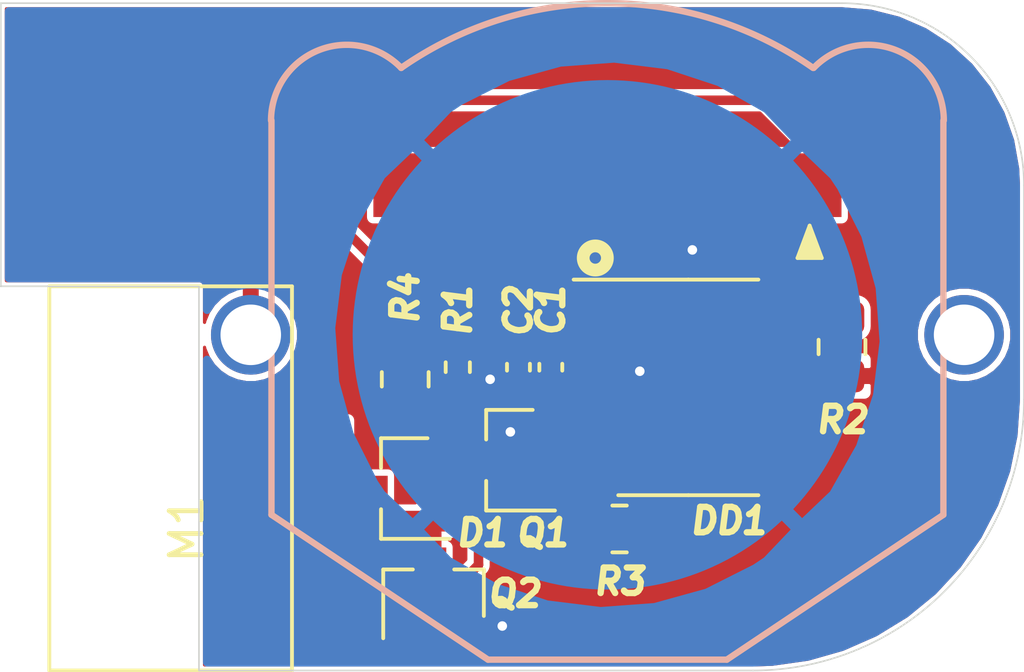
<source format=kicad_pcb>
(kicad_pcb (version 20171130) (host pcbnew "(5.1.9)-1")

  (general
    (thickness 1.6)
    (drawings 13)
    (tracks 69)
    (zones 0)
    (modules 18)
    (nets 27)
  )

  (page A4)
  (layers
    (0 F.Cu signal)
    (31 B.Cu signal)
    (32 B.Adhes user)
    (33 F.Adhes user)
    (34 B.Paste user)
    (35 F.Paste user)
    (36 B.SilkS user)
    (37 F.SilkS user hide)
    (38 B.Mask user)
    (39 F.Mask user)
    (40 Dwgs.User user)
    (41 Cmts.User user)
    (42 Eco1.User user)
    (43 Eco2.User user)
    (44 Edge.Cuts user)
    (45 Margin user)
    (46 B.CrtYd user)
    (47 F.CrtYd user)
    (48 B.Fab user)
    (49 F.Fab user)
  )

  (setup
    (last_trace_width 0.3)
    (user_trace_width 0.3)
    (trace_clearance 0.2)
    (zone_clearance 0.1)
    (zone_45_only no)
    (trace_min 0.2)
    (via_size 0.8)
    (via_drill 0.4)
    (via_min_size 0.4)
    (via_min_drill 0.3)
    (uvia_size 0.3)
    (uvia_drill 0.1)
    (uvias_allowed no)
    (uvia_min_size 0.2)
    (uvia_min_drill 0.1)
    (edge_width 0.05)
    (segment_width 0.2)
    (pcb_text_width 0.3)
    (pcb_text_size 1.5 1.5)
    (mod_edge_width 0.12)
    (mod_text_size 1 1)
    (mod_text_width 0.15)
    (pad_size 2 2)
    (pad_drill 1)
    (pad_to_mask_clearance 0)
    (aux_axis_origin 0 0)
    (visible_elements 7FFDFFFF)
    (pcbplotparams
      (layerselection 0x010fc_ffffffff)
      (usegerberextensions false)
      (usegerberattributes true)
      (usegerberadvancedattributes true)
      (creategerberjobfile true)
      (excludeedgelayer true)
      (linewidth 0.100000)
      (plotframeref false)
      (viasonmask false)
      (mode 1)
      (useauxorigin false)
      (hpglpennumber 1)
      (hpglpenspeed 20)
      (hpglpendiameter 15.000000)
      (psnegative false)
      (psa4output false)
      (plotreference true)
      (plotvalue true)
      (plotinvisibletext false)
      (padsonsilk false)
      (subtractmaskfromsilk false)
      (outputformat 1)
      (mirror false)
      (drillshape 1)
      (scaleselection 1)
      (outputdirectory ""))
  )

  (net 0 "")
  (net 1 GND)
  (net 2 +3V0)
  (net 3 "Net-(D1-Pad2)")
  (net 4 "Net-(D1-Pad1)")
  (net 5 "Net-(DD1-Pad20)")
  (net 6 /SWDCLK)
  (net 7 /SWDIO)
  (net 8 "Net-(DD1-Pad17)")
  (net 9 "Net-(DD1-Pad16)")
  (net 10 "Net-(DD1-Pad15)")
  (net 11 "Net-(DD1-Pad14)")
  (net 12 "Net-(DD1-Pad13)")
  (net 13 "Net-(DD1-Pad12)")
  (net 14 "Net-(DD1-Pad11)")
  (net 15 "Net-(DD1-Pad10)")
  (net 16 "Net-(DD1-Pad8)")
  (net 17 "Net-(DD1-Pad7)")
  (net 18 /RESET)
  (net 19 "Net-(DD1-Pad3)")
  (net 20 "Net-(DD1-Pad2)")
  (net 21 "Net-(DD1-Pad1)")
  (net 22 "Net-(Q1-Pad3)")
  (net 23 "Net-(Q1-Pad1)")
  (net 24 /MOTOR_DISABLE)
  (net 25 /SWO)
  (net 26 "Net-(BT1-Pad1)")

  (net_class Default "This is the default net class."
    (clearance 0.2)
    (trace_width 0.25)
    (via_dia 0.8)
    (via_drill 0.4)
    (uvia_dia 0.3)
    (uvia_drill 0.1)
    (add_net +3V0)
    (add_net /MOTOR_DISABLE)
    (add_net /RESET)
    (add_net /SWDCLK)
    (add_net /SWDIO)
    (add_net /SWO)
    (add_net GND)
    (add_net "Net-(BT1-Pad1)")
    (add_net "Net-(D1-Pad1)")
    (add_net "Net-(D1-Pad2)")
    (add_net "Net-(DD1-Pad1)")
    (add_net "Net-(DD1-Pad10)")
    (add_net "Net-(DD1-Pad11)")
    (add_net "Net-(DD1-Pad12)")
    (add_net "Net-(DD1-Pad13)")
    (add_net "Net-(DD1-Pad14)")
    (add_net "Net-(DD1-Pad15)")
    (add_net "Net-(DD1-Pad16)")
    (add_net "Net-(DD1-Pad17)")
    (add_net "Net-(DD1-Pad2)")
    (add_net "Net-(DD1-Pad20)")
    (add_net "Net-(DD1-Pad3)")
    (add_net "Net-(DD1-Pad7)")
    (add_net "Net-(DD1-Pad8)")
    (add_net "Net-(Q1-Pad1)")
    (add_net "Net-(Q1-Pad3)")
  )

  (module mechanical:motor_xiaomi_redmi_3s (layer F.Cu) (tedit 60C9B29B) (tstamp 60CA111A)
    (at 122.174 86.995 90)
    (path /60C9CB8E)
    (fp_text reference M1 (at 0 0.5 90) (layer F.SilkS)
      (effects (font (size 1 1) (thickness 0.15)))
    )
    (fp_text value motor (at 0 -0.5 90) (layer F.Fab) hide
      (effects (font (size 1 1) (thickness 0.15)))
    )
    (fp_line (start -4.445 -3.81) (end -4.445 3.81) (layer F.SilkS) (width 0.12))
    (fp_line (start 7.62 -3.81) (end -4.445 -3.81) (layer F.SilkS) (width 0.12))
    (fp_line (start 7.62 3.81) (end 7.62 -3.81) (layer F.SilkS) (width 0.12))
    (fp_line (start -4.445 3.81) (end 7.62 3.81) (layer F.SilkS) (width 0.12))
    (pad 2 smd rect (at 1.905 3.556 90) (size 3 4.016) (layers F.Cu F.Paste F.Mask)
      (net 2 +3V0))
    (pad 1 smd rect (at -1.905 3.556 90) (size 3 4.016) (layers F.Cu F.Paste F.Mask)
      (net 4 "Net-(D1-Pad1)"))
    (model C:/GitRepos/Archer/Hard/3D/STEP/motor_xiaomi_redmi_3s.step
      (offset (xyz 0 0 0.3))
      (scale (xyz 1 1 1))
      (rotate (xyz 0 180 0))
    )
  )

  (module mechanical:cr2032_holder (layer B.Cu) (tedit 60C9A650) (tstamp 60CA06F4)
    (at 135.89 80.899 180)
    (path /60CF9DCA)
    (fp_text reference BT1 (at 0 8.89) (layer B.SilkS) hide
      (effects (font (size 1 1) (thickness 0.15)) (justify mirror))
    )
    (fp_text value Battery_Cell (at 0 1.27) (layer B.Fab) hide
      (effects (font (size 1 1) (thickness 0.15)) (justify mirror))
    )
    (fp_line (start -3.75 -10.2) (end 3.75 -10.2) (layer B.SilkS) (width 0.2))
    (fp_line (start -10.55 6.731) (end -10.55 -5.65) (layer B.SilkS) (width 0.2))
    (fp_line (start -3.75 -10.2) (end -10.55 -5.65) (layer B.SilkS) (width 0.2))
    (fp_line (start 10.55 -5.65) (end 10.55 6.731) (layer B.SilkS) (width 0.2))
    (fp_line (start 3.75 -10.2) (end 10.55 -5.65) (layer B.SilkS) (width 0.2))
    (fp_arc (start 0.009929 -0.888999) (end 6.477 8.382) (angle 69.8) (layer B.SilkS) (width 0.2))
    (fp_arc (start 8.186752 6.731) (end 6.477 8.382) (angle -136.0015314) (layer B.SilkS) (width 0.2))
    (fp_arc (start -8.186752 6.731332) (end -6.477 8.382) (angle 136.0153417) (layer B.SilkS) (width 0.2))
    (pad 2 smd circle (at 0 0 180) (size 16 16) (layers B.Cu B.Paste B.Mask)
      (net 1 GND))
    (pad 1 thru_hole circle (at 11.2 0 180) (size 2.5 2.5) (drill 1.9) (layers *.Cu *.Mask)
      (net 26 "Net-(BT1-Pad1)"))
    (pad 1 thru_hole circle (at -11.2 0 180) (size 2.5 2.5) (drill 1.9) (layers *.Cu *.Mask)
      (net 26 "Net-(BT1-Pad1)"))
    (model C:/GitRepos/Archer/Hard/3D/STEP/cr2032_holder.step
      (at (xyz 0 0 0))
      (scale (xyz 1 1 1))
      (rotate (xyz 0 0 0))
    )
  )

  (module Resistor_SMD:R_0805_2012Metric (layer F.Cu) (tedit 5F68FEEE) (tstamp 60C9E931)
    (at 129.54 82.296 270)
    (descr "Resistor SMD 0805 (2012 Metric), square (rectangular) end terminal, IPC_7351 nominal, (Body size source: IPC-SM-782 page 72, https://www.pcb-3d.com/wordpress/wp-content/uploads/ipc-sm-782a_amendment_1_and_2.pdf), generated with kicad-footprint-generator")
    (tags resistor)
    (path /60CA34C4)
    (attr smd)
    (fp_text reference R4 (at -2.54 0 270) (layer F.SilkS)
      (effects (font (size 0.8 0.8) (thickness 0.2) italic))
    )
    (fp_text value RMC080510M1%N (at 0 1.65 90) (layer F.Fab) hide
      (effects (font (size 1 1) (thickness 0.15)))
    )
    (fp_line (start 1.68 0.95) (end -1.68 0.95) (layer F.CrtYd) (width 0.05))
    (fp_line (start 1.68 -0.95) (end 1.68 0.95) (layer F.CrtYd) (width 0.05))
    (fp_line (start -1.68 -0.95) (end 1.68 -0.95) (layer F.CrtYd) (width 0.05))
    (fp_line (start -1.68 0.95) (end -1.68 -0.95) (layer F.CrtYd) (width 0.05))
    (fp_line (start -0.227064 0.735) (end 0.227064 0.735) (layer F.SilkS) (width 0.12))
    (fp_line (start -0.227064 -0.735) (end 0.227064 -0.735) (layer F.SilkS) (width 0.12))
    (fp_line (start 1 0.625) (end -1 0.625) (layer F.Fab) (width 0.1))
    (fp_line (start 1 -0.625) (end 1 0.625) (layer F.Fab) (width 0.1))
    (fp_line (start -1 -0.625) (end 1 -0.625) (layer F.Fab) (width 0.1))
    (fp_line (start -1 0.625) (end -1 -0.625) (layer F.Fab) (width 0.1))
    (fp_text user %R (at 0 0 90) (layer F.SilkS) hide
      (effects (font (size 0.8 0.8) (thickness 0.2) italic))
    )
    (pad 2 smd roundrect (at 0.9125 0 270) (size 1.025 1.4) (layers F.Cu F.Paste F.Mask) (roundrect_rratio 0.243902)
      (net 22 "Net-(Q1-Pad3)"))
    (pad 1 smd roundrect (at -0.9125 0 270) (size 1.025 1.4) (layers F.Cu F.Paste F.Mask) (roundrect_rratio 0.243902)
      (net 2 +3V0))
    (model ${KISYS3DMOD}/Resistor_SMD.3dshapes/R_0805_2012Metric.wrl
      (at (xyz 0 0 0))
      (scale (xyz 1 1 1))
      (rotate (xyz 0 0 0))
    )
  )

  (module connector:custom_connector (layer F.Cu) (tedit 60C98CC6) (tstamp 60CA43BF)
    (at 129.54 76.2)
    (path /60CD94C8)
    (fp_text reference J6 (at 0 2.54) (layer F.SilkS) hide
      (effects (font (size 1 1) (thickness 0.15)))
    )
    (fp_text value Conn_01x01 (at 0 -2.54) (layer F.Fab) hide
      (effects (font (size 1 1) (thickness 0.15)))
    )
    (pad 1 smd rect (at 0 0) (size 2 2) (layers F.Cu F.Paste F.Mask)
      (net 25 /SWO))
  )

  (module connector:custom_connector (layer F.Cu) (tedit 60C98CC6) (tstamp 60CA43BA)
    (at 132.08 76.2)
    (path /60CD9305)
    (fp_text reference J5 (at 0 2.54) (layer F.SilkS) hide
      (effects (font (size 1 1) (thickness 0.15)))
    )
    (fp_text value Conn_01x01 (at 0 -2.54) (layer F.Fab) hide
      (effects (font (size 1 1) (thickness 0.15)))
    )
    (pad 1 smd rect (at 0 0) (size 2 2) (layers F.Cu F.Paste F.Mask)
      (net 18 /RESET))
  )

  (module connector:custom_connector (layer F.Cu) (tedit 60C98CC6) (tstamp 60CA43B5)
    (at 134.62 76.2)
    (path /60CD9142)
    (fp_text reference J4 (at 0 2.54) (layer F.SilkS) hide
      (effects (font (size 1 1) (thickness 0.15)))
    )
    (fp_text value Conn_01x01 (at 0 -2.54) (layer F.Fab) hide
      (effects (font (size 1 1) (thickness 0.15)))
    )
    (pad 1 smd rect (at 0 0) (size 2 2) (layers F.Cu F.Paste F.Mask)
      (net 7 /SWDIO))
  )

  (module connector:custom_connector (layer F.Cu) (tedit 60C98CC6) (tstamp 60CA43B0)
    (at 137.16 76.2)
    (path /60CD8983)
    (fp_text reference J3 (at 0 2.54) (layer F.SilkS) hide
      (effects (font (size 1 1) (thickness 0.15)))
    )
    (fp_text value Conn_01x01 (at 0 -2.54) (layer F.Fab) hide
      (effects (font (size 1 1) (thickness 0.15)))
    )
    (pad 1 smd rect (at 0 0) (size 2 2) (layers F.Cu F.Paste F.Mask)
      (net 1 GND))
  )

  (module connector:custom_connector (layer F.Cu) (tedit 60C98CC6) (tstamp 60CA43AB)
    (at 139.7 76.2)
    (path /60CD87A2)
    (fp_text reference J2 (at 0 2.54) (layer F.SilkS) hide
      (effects (font (size 1 1) (thickness 0.15)))
    )
    (fp_text value Conn_01x01 (at 0 -2.54) (layer F.Fab) hide
      (effects (font (size 1 1) (thickness 0.15)))
    )
    (pad 1 smd rect (at 0 0) (size 2 2) (layers F.Cu F.Paste F.Mask)
      (net 6 /SWDCLK))
  )

  (module connector:custom_connector (layer F.Cu) (tedit 60C98CC6) (tstamp 60CA43A6)
    (at 142.24 76.2)
    (path /60CD5C70)
    (fp_text reference J1 (at 0 2.54) (layer F.SilkS) hide
      (effects (font (size 1 1) (thickness 0.15)))
    )
    (fp_text value Conn_01x01 (at 0 -2.54) (layer F.Fab) hide
      (effects (font (size 1 1) (thickness 0.15)))
    )
    (pad 1 smd rect (at 0 0) (size 2 2) (layers F.Cu F.Paste F.Mask)
      (net 2 +3V0))
  )

  (module Resistor_SMD:R_0805_2012Metric (layer F.Cu) (tedit 5F68FEEE) (tstamp 60C9ECF0)
    (at 136.271 86.995)
    (descr "Resistor SMD 0805 (2012 Metric), square (rectangular) end terminal, IPC_7351 nominal, (Body size source: IPC-SM-782 page 72, https://www.pcb-3d.com/wordpress/wp-content/uploads/ipc-sm-782a_amendment_1_and_2.pdf), generated with kicad-footprint-generator")
    (tags resistor)
    (path /60CA3C7C)
    (attr smd)
    (fp_text reference R3 (at 0 1.651) (layer F.SilkS)
      (effects (font (size 0.8 0.8) (thickness 0.2) italic))
    )
    (fp_text value MCR10ERTF2000 (at 0 1.65) (layer F.Fab) hide
      (effects (font (size 1 1) (thickness 0.15)))
    )
    (fp_line (start 1.68 0.95) (end -1.68 0.95) (layer F.CrtYd) (width 0.05))
    (fp_line (start 1.68 -0.95) (end 1.68 0.95) (layer F.CrtYd) (width 0.05))
    (fp_line (start -1.68 -0.95) (end 1.68 -0.95) (layer F.CrtYd) (width 0.05))
    (fp_line (start -1.68 0.95) (end -1.68 -0.95) (layer F.CrtYd) (width 0.05))
    (fp_line (start -0.227064 0.735) (end 0.227064 0.735) (layer F.SilkS) (width 0.12))
    (fp_line (start -0.227064 -0.735) (end 0.227064 -0.735) (layer F.SilkS) (width 0.12))
    (fp_line (start 1 0.625) (end -1 0.625) (layer F.Fab) (width 0.1))
    (fp_line (start 1 -0.625) (end 1 0.625) (layer F.Fab) (width 0.1))
    (fp_line (start -1 -0.625) (end 1 -0.625) (layer F.Fab) (width 0.1))
    (fp_line (start -1 0.625) (end -1 -0.625) (layer F.Fab) (width 0.1))
    (fp_text user %R (at 0 0) (layer F.SilkS) hide
      (effects (font (size 0.8 0.8) (thickness 0.2) italic))
    )
    (pad 2 smd roundrect (at 0.9125 0) (size 1.025 1.4) (layers F.Cu F.Paste F.Mask) (roundrect_rratio 0.243902)
      (net 24 /MOTOR_DISABLE))
    (pad 1 smd roundrect (at -0.9125 0) (size 1.025 1.4) (layers F.Cu F.Paste F.Mask) (roundrect_rratio 0.243902)
      (net 23 "Net-(Q1-Pad1)"))
    (model ${KISYS3DMOD}/Resistor_SMD.3dshapes/R_0805_2012Metric.wrl
      (at (xyz 0 0 0))
      (scale (xyz 1 1 1))
      (rotate (xyz 0 0 0))
    )
  )

  (module Resistor_SMD:R_0805_2012Metric (layer F.Cu) (tedit 5F68FEEE) (tstamp 60C9EB31)
    (at 143.256 81.28 270)
    (descr "Resistor SMD 0805 (2012 Metric), square (rectangular) end terminal, IPC_7351 nominal, (Body size source: IPC-SM-782 page 72, https://www.pcb-3d.com/wordpress/wp-content/uploads/ipc-sm-782a_amendment_1_and_2.pdf), generated with kicad-footprint-generator")
    (tags resistor)
    (path /60CCA1F3)
    (attr smd)
    (fp_text reference R2 (at 2.286 0 180) (layer F.SilkS)
      (effects (font (size 0.8 0.8) (thickness 0.2) italic))
    )
    (fp_text value 0805W8J0511T5E (at 0 1.65 90) (layer F.Fab) hide
      (effects (font (size 1 1) (thickness 0.15)))
    )
    (fp_line (start 1.68 0.95) (end -1.68 0.95) (layer F.CrtYd) (width 0.05))
    (fp_line (start 1.68 -0.95) (end 1.68 0.95) (layer F.CrtYd) (width 0.05))
    (fp_line (start -1.68 -0.95) (end 1.68 -0.95) (layer F.CrtYd) (width 0.05))
    (fp_line (start -1.68 0.95) (end -1.68 -0.95) (layer F.CrtYd) (width 0.05))
    (fp_line (start -0.227064 0.735) (end 0.227064 0.735) (layer F.SilkS) (width 0.12))
    (fp_line (start -0.227064 -0.735) (end 0.227064 -0.735) (layer F.SilkS) (width 0.12))
    (fp_line (start 1 0.625) (end -1 0.625) (layer F.Fab) (width 0.1))
    (fp_line (start 1 -0.625) (end 1 0.625) (layer F.Fab) (width 0.1))
    (fp_line (start -1 -0.625) (end 1 -0.625) (layer F.Fab) (width 0.1))
    (fp_line (start -1 0.625) (end -1 -0.625) (layer F.Fab) (width 0.1))
    (fp_text user %R (at 0 0 90) (layer F.SilkS) hide
      (effects (font (size 0.8 0.8) (thickness 0.2) italic))
    )
    (pad 2 smd roundrect (at 0.9125 0 270) (size 1.025 1.4) (layers F.Cu F.Paste F.Mask) (roundrect_rratio 0.243902)
      (net 1 GND))
    (pad 1 smd roundrect (at -0.9125 0 270) (size 1.025 1.4) (layers F.Cu F.Paste F.Mask) (roundrect_rratio 0.243902)
      (net 6 /SWDCLK))
    (model ${KISYS3DMOD}/Resistor_SMD.3dshapes/R_0805_2012Metric.wrl
      (at (xyz 0 0 0))
      (scale (xyz 1 1 1))
      (rotate (xyz 0 0 0))
    )
  )

  (module Resistor_SMD:R_0402_1005Metric (layer F.Cu) (tedit 5F68FEEE) (tstamp 60C9EE59)
    (at 131.191 81.915 270)
    (descr "Resistor SMD 0402 (1005 Metric), square (rectangular) end terminal, IPC_7351 nominal, (Body size source: IPC-SM-782 page 72, https://www.pcb-3d.com/wordpress/wp-content/uploads/ipc-sm-782a_amendment_1_and_2.pdf), generated with kicad-footprint-generator")
    (tags resistor)
    (path /60CC6BCE)
    (attr smd)
    (fp_text reference R1 (at -1.778 0 90) (layer F.SilkS)
      (effects (font (size 0.8 0.8) (thickness 0.2) italic))
    )
    (fp_text value RC0402JR-0710KL (at 0 1.17 90) (layer F.Fab) hide
      (effects (font (size 1 1) (thickness 0.15)))
    )
    (fp_line (start 0.93 0.47) (end -0.93 0.47) (layer F.CrtYd) (width 0.05))
    (fp_line (start 0.93 -0.47) (end 0.93 0.47) (layer F.CrtYd) (width 0.05))
    (fp_line (start -0.93 -0.47) (end 0.93 -0.47) (layer F.CrtYd) (width 0.05))
    (fp_line (start -0.93 0.47) (end -0.93 -0.47) (layer F.CrtYd) (width 0.05))
    (fp_line (start -0.153641 0.38) (end 0.153641 0.38) (layer F.SilkS) (width 0.12))
    (fp_line (start -0.153641 -0.38) (end 0.153641 -0.38) (layer F.SilkS) (width 0.12))
    (fp_line (start 0.525 0.27) (end -0.525 0.27) (layer F.Fab) (width 0.1))
    (fp_line (start 0.525 -0.27) (end 0.525 0.27) (layer F.Fab) (width 0.1))
    (fp_line (start -0.525 -0.27) (end 0.525 -0.27) (layer F.Fab) (width 0.1))
    (fp_line (start -0.525 0.27) (end -0.525 -0.27) (layer F.Fab) (width 0.1))
    (fp_text user %R (at 0 0 90) (layer F.SilkS) hide
      (effects (font (size 0.8 0.8) (thickness 0.2) italic))
    )
    (pad 2 smd roundrect (at 0.51 0 270) (size 0.54 0.64) (layers F.Cu F.Paste F.Mask) (roundrect_rratio 0.25)
      (net 18 /RESET))
    (pad 1 smd roundrect (at -0.51 0 270) (size 0.54 0.64) (layers F.Cu F.Paste F.Mask) (roundrect_rratio 0.25)
      (net 2 +3V0))
    (model ${KISYS3DMOD}/Resistor_SMD.3dshapes/R_0402_1005Metric.wrl
      (at (xyz 0 0 0))
      (scale (xyz 1 1 1))
      (rotate (xyz 0 0 0))
    )
  )

  (module Package_TO_SOT_SMD:SOT-23 (layer F.Cu) (tedit 5A02FF57) (tstamp 60C9E8ED)
    (at 130.429 89.027 90)
    (descr "SOT-23, Standard")
    (tags SOT-23)
    (path /60C9A855)
    (attr smd)
    (fp_text reference Q2 (at 0 2.54 180) (layer F.SilkS)
      (effects (font (size 0.8 0.8) (thickness 0.2) italic))
    )
    (fp_text value SI2302 (at 0 2.5 90) (layer F.Fab) hide
      (effects (font (size 1 1) (thickness 0.15)))
    )
    (fp_line (start 0.76 1.58) (end -0.7 1.58) (layer F.SilkS) (width 0.12))
    (fp_line (start 0.76 -1.58) (end -1.4 -1.58) (layer F.SilkS) (width 0.12))
    (fp_line (start -1.7 1.75) (end -1.7 -1.75) (layer F.CrtYd) (width 0.05))
    (fp_line (start 1.7 1.75) (end -1.7 1.75) (layer F.CrtYd) (width 0.05))
    (fp_line (start 1.7 -1.75) (end 1.7 1.75) (layer F.CrtYd) (width 0.05))
    (fp_line (start -1.7 -1.75) (end 1.7 -1.75) (layer F.CrtYd) (width 0.05))
    (fp_line (start 0.76 -1.58) (end 0.76 -0.65) (layer F.SilkS) (width 0.12))
    (fp_line (start 0.76 1.58) (end 0.76 0.65) (layer F.SilkS) (width 0.12))
    (fp_line (start -0.7 1.52) (end 0.7 1.52) (layer F.Fab) (width 0.1))
    (fp_line (start 0.7 -1.52) (end 0.7 1.52) (layer F.Fab) (width 0.1))
    (fp_line (start -0.7 -0.95) (end -0.15 -1.52) (layer F.Fab) (width 0.1))
    (fp_line (start -0.15 -1.52) (end 0.7 -1.52) (layer F.Fab) (width 0.1))
    (fp_line (start -0.7 -0.95) (end -0.7 1.5) (layer F.Fab) (width 0.1))
    (fp_text user %R (at 0 0) (layer F.SilkS) hide
      (effects (font (size 0.8 0.8) (thickness 0.2) italic))
    )
    (pad 3 smd rect (at 1 0 90) (size 0.9 0.8) (layers F.Cu F.Paste F.Mask)
      (net 4 "Net-(D1-Pad1)"))
    (pad 2 smd rect (at -1 0.95 90) (size 0.9 0.8) (layers F.Cu F.Paste F.Mask)
      (net 1 GND))
    (pad 1 smd rect (at -1 -0.95 90) (size 0.9 0.8) (layers F.Cu F.Paste F.Mask)
      (net 22 "Net-(Q1-Pad3)"))
    (model ${KISYS3DMOD}/Package_TO_SOT_SMD.3dshapes/SOT-23.wrl
      (at (xyz 0 0 0))
      (scale (xyz 1 1 1))
      (rotate (xyz 0 0 0))
    )
  )

  (module Package_TO_SOT_SMD:SOT-23 (layer F.Cu) (tedit 5A02FF57) (tstamp 60C9E8D8)
    (at 132.842 84.836 180)
    (descr "SOT-23, Standard")
    (tags SOT-23)
    (path /60C9A3A6)
    (attr smd)
    (fp_text reference Q1 (at -1.016 -2.286) (layer F.SilkS)
      (effects (font (size 0.8 0.8) (thickness 0.2) italic))
    )
    (fp_text value SI2302 (at 0 2.5) (layer F.Fab) hide
      (effects (font (size 1 1) (thickness 0.15)))
    )
    (fp_line (start 0.76 1.58) (end -0.7 1.58) (layer F.SilkS) (width 0.12))
    (fp_line (start 0.76 -1.58) (end -1.4 -1.58) (layer F.SilkS) (width 0.12))
    (fp_line (start -1.7 1.75) (end -1.7 -1.75) (layer F.CrtYd) (width 0.05))
    (fp_line (start 1.7 1.75) (end -1.7 1.75) (layer F.CrtYd) (width 0.05))
    (fp_line (start 1.7 -1.75) (end 1.7 1.75) (layer F.CrtYd) (width 0.05))
    (fp_line (start -1.7 -1.75) (end 1.7 -1.75) (layer F.CrtYd) (width 0.05))
    (fp_line (start 0.76 -1.58) (end 0.76 -0.65) (layer F.SilkS) (width 0.12))
    (fp_line (start 0.76 1.58) (end 0.76 0.65) (layer F.SilkS) (width 0.12))
    (fp_line (start -0.7 1.52) (end 0.7 1.52) (layer F.Fab) (width 0.1))
    (fp_line (start 0.7 -1.52) (end 0.7 1.52) (layer F.Fab) (width 0.1))
    (fp_line (start -0.7 -0.95) (end -0.15 -1.52) (layer F.Fab) (width 0.1))
    (fp_line (start -0.15 -1.52) (end 0.7 -1.52) (layer F.Fab) (width 0.1))
    (fp_line (start -0.7 -0.95) (end -0.7 1.5) (layer F.Fab) (width 0.1))
    (fp_text user %R (at 0 0 90) (layer F.SilkS) hide
      (effects (font (size 0.8 0.8) (thickness 0.2) italic))
    )
    (pad 3 smd rect (at 1 0 180) (size 0.9 0.8) (layers F.Cu F.Paste F.Mask)
      (net 22 "Net-(Q1-Pad3)"))
    (pad 2 smd rect (at -1 0.95 180) (size 0.9 0.8) (layers F.Cu F.Paste F.Mask)
      (net 1 GND))
    (pad 1 smd rect (at -1 -0.95 180) (size 0.9 0.8) (layers F.Cu F.Paste F.Mask)
      (net 23 "Net-(Q1-Pad1)"))
    (model ${KISYS3DMOD}/Package_TO_SOT_SMD.3dshapes/SOT-23.wrl
      (at (xyz 0 0 0))
      (scale (xyz 1 1 1))
      (rotate (xyz 0 0 0))
    )
  )

  (module Package_SO:TSSOP-20_4.4x6.5mm_P0.65mm (layer F.Cu) (tedit 5E476F32) (tstamp 60C9E8C3)
    (at 138.43 82.55)
    (descr "TSSOP, 20 Pin (JEDEC MO-153 Var AC https://www.jedec.org/document_search?search_api_views_fulltext=MO-153), generated with kicad-footprint-generator ipc_gullwing_generator.py")
    (tags "TSSOP SO")
    (path /60CAC962)
    (attr smd)
    (fp_text reference DD1 (at 1.27 4.191) (layer F.SilkS)
      (effects (font (size 0.8 0.8) (thickness 0.2) italic))
    )
    (fp_text value STM32G030F6P6TR (at 0 4.2) (layer F.Fab)
      (effects (font (size 1 1) (thickness 0.15)))
    )
    (fp_line (start 3.85 -3.5) (end -3.85 -3.5) (layer F.CrtYd) (width 0.05))
    (fp_line (start 3.85 3.5) (end 3.85 -3.5) (layer F.CrtYd) (width 0.05))
    (fp_line (start -3.85 3.5) (end 3.85 3.5) (layer F.CrtYd) (width 0.05))
    (fp_line (start -3.85 -3.5) (end -3.85 3.5) (layer F.CrtYd) (width 0.05))
    (fp_line (start -2.2 -2.25) (end -1.2 -3.25) (layer F.Fab) (width 0.1))
    (fp_line (start -2.2 3.25) (end -2.2 -2.25) (layer F.Fab) (width 0.1))
    (fp_line (start 2.2 3.25) (end -2.2 3.25) (layer F.Fab) (width 0.1))
    (fp_line (start 2.2 -3.25) (end 2.2 3.25) (layer F.Fab) (width 0.1))
    (fp_line (start -1.2 -3.25) (end 2.2 -3.25) (layer F.Fab) (width 0.1))
    (fp_line (start 0 -3.385) (end -3.6 -3.385) (layer F.SilkS) (width 0.12))
    (fp_line (start 0 -3.385) (end 2.2 -3.385) (layer F.SilkS) (width 0.12))
    (fp_line (start 0 3.385) (end -2.2 3.385) (layer F.SilkS) (width 0.12))
    (fp_line (start 0 3.385) (end 2.2 3.385) (layer F.SilkS) (width 0.12))
    (fp_text user %R (at 0 0) (layer F.SilkS) hide
      (effects (font (size 0.8 0.8) (thickness 0.2) italic))
    )
    (pad 20 smd roundrect (at 2.8625 -2.925) (size 1.475 0.4) (layers F.Cu F.Paste F.Mask) (roundrect_rratio 0.25)
      (net 5 "Net-(DD1-Pad20)"))
    (pad 19 smd roundrect (at 2.8625 -2.275) (size 1.475 0.4) (layers F.Cu F.Paste F.Mask) (roundrect_rratio 0.25)
      (net 6 /SWDCLK))
    (pad 18 smd roundrect (at 2.8625 -1.625) (size 1.475 0.4) (layers F.Cu F.Paste F.Mask) (roundrect_rratio 0.25)
      (net 7 /SWDIO))
    (pad 17 smd roundrect (at 2.8625 -0.975) (size 1.475 0.4) (layers F.Cu F.Paste F.Mask) (roundrect_rratio 0.25)
      (net 8 "Net-(DD1-Pad17)"))
    (pad 16 smd roundrect (at 2.8625 -0.325) (size 1.475 0.4) (layers F.Cu F.Paste F.Mask) (roundrect_rratio 0.25)
      (net 9 "Net-(DD1-Pad16)"))
    (pad 15 smd roundrect (at 2.8625 0.325) (size 1.475 0.4) (layers F.Cu F.Paste F.Mask) (roundrect_rratio 0.25)
      (net 10 "Net-(DD1-Pad15)"))
    (pad 14 smd roundrect (at 2.8625 0.975) (size 1.475 0.4) (layers F.Cu F.Paste F.Mask) (roundrect_rratio 0.25)
      (net 11 "Net-(DD1-Pad14)"))
    (pad 13 smd roundrect (at 2.8625 1.625) (size 1.475 0.4) (layers F.Cu F.Paste F.Mask) (roundrect_rratio 0.25)
      (net 12 "Net-(DD1-Pad13)"))
    (pad 12 smd roundrect (at 2.8625 2.275) (size 1.475 0.4) (layers F.Cu F.Paste F.Mask) (roundrect_rratio 0.25)
      (net 13 "Net-(DD1-Pad12)"))
    (pad 11 smd roundrect (at 2.8625 2.925) (size 1.475 0.4) (layers F.Cu F.Paste F.Mask) (roundrect_rratio 0.25)
      (net 14 "Net-(DD1-Pad11)"))
    (pad 10 smd roundrect (at -2.8625 2.925) (size 1.475 0.4) (layers F.Cu F.Paste F.Mask) (roundrect_rratio 0.25)
      (net 15 "Net-(DD1-Pad10)"))
    (pad 9 smd roundrect (at -2.8625 2.275) (size 1.475 0.4) (layers F.Cu F.Paste F.Mask) (roundrect_rratio 0.25)
      (net 24 /MOTOR_DISABLE))
    (pad 8 smd roundrect (at -2.8625 1.625) (size 1.475 0.4) (layers F.Cu F.Paste F.Mask) (roundrect_rratio 0.25)
      (net 16 "Net-(DD1-Pad8)"))
    (pad 7 smd roundrect (at -2.8625 0.975) (size 1.475 0.4) (layers F.Cu F.Paste F.Mask) (roundrect_rratio 0.25)
      (net 17 "Net-(DD1-Pad7)"))
    (pad 6 smd roundrect (at -2.8625 0.325) (size 1.475 0.4) (layers F.Cu F.Paste F.Mask) (roundrect_rratio 0.25)
      (net 18 /RESET))
    (pad 5 smd roundrect (at -2.8625 -0.325) (size 1.475 0.4) (layers F.Cu F.Paste F.Mask) (roundrect_rratio 0.25)
      (net 1 GND))
    (pad 4 smd roundrect (at -2.8625 -0.975) (size 1.475 0.4) (layers F.Cu F.Paste F.Mask) (roundrect_rratio 0.25)
      (net 2 +3V0))
    (pad 3 smd roundrect (at -2.8625 -1.625) (size 1.475 0.4) (layers F.Cu F.Paste F.Mask) (roundrect_rratio 0.25)
      (net 19 "Net-(DD1-Pad3)"))
    (pad 2 smd roundrect (at -2.8625 -2.275) (size 1.475 0.4) (layers F.Cu F.Paste F.Mask) (roundrect_rratio 0.25)
      (net 20 "Net-(DD1-Pad2)"))
    (pad 1 smd roundrect (at -2.8625 -2.925) (size 1.475 0.4) (layers F.Cu F.Paste F.Mask) (roundrect_rratio 0.25)
      (net 21 "Net-(DD1-Pad1)"))
    (model ${KISYS3DMOD}/Package_SO.3dshapes/TSSOP-20_4.4x6.5mm_P0.65mm.wrl
      (at (xyz 0 0 0))
      (scale (xyz 1 1 1))
      (rotate (xyz 0 0 0))
    )
  )

  (module Package_TO_SOT_SMD:SOT-23 (layer F.Cu) (tedit 5A02FF57) (tstamp 60C9E89D)
    (at 129.54 85.725 180)
    (descr "SOT-23, Standard")
    (tags SOT-23)
    (path /60CAFDD3)
    (attr smd)
    (fp_text reference D1 (at -2.413 -1.397) (layer F.SilkS)
      (effects (font (size 0.8 0.8) (thickness 0.2) italic))
    )
    (fp_text value "BAT54C, 215" (at 0 2.5) (layer F.Fab) hide
      (effects (font (size 1 1) (thickness 0.15)))
    )
    (fp_line (start 0.76 1.58) (end -0.7 1.58) (layer F.SilkS) (width 0.12))
    (fp_line (start 0.76 -1.58) (end -1.4 -1.58) (layer F.SilkS) (width 0.12))
    (fp_line (start -1.7 1.75) (end -1.7 -1.75) (layer F.CrtYd) (width 0.05))
    (fp_line (start 1.7 1.75) (end -1.7 1.75) (layer F.CrtYd) (width 0.05))
    (fp_line (start 1.7 -1.75) (end 1.7 1.75) (layer F.CrtYd) (width 0.05))
    (fp_line (start -1.7 -1.75) (end 1.7 -1.75) (layer F.CrtYd) (width 0.05))
    (fp_line (start 0.76 -1.58) (end 0.76 -0.65) (layer F.SilkS) (width 0.12))
    (fp_line (start 0.76 1.58) (end 0.76 0.65) (layer F.SilkS) (width 0.12))
    (fp_line (start -0.7 1.52) (end 0.7 1.52) (layer F.Fab) (width 0.1))
    (fp_line (start 0.7 -1.52) (end 0.7 1.52) (layer F.Fab) (width 0.1))
    (fp_line (start -0.7 -0.95) (end -0.15 -1.52) (layer F.Fab) (width 0.1))
    (fp_line (start -0.15 -1.52) (end 0.7 -1.52) (layer F.Fab) (width 0.1))
    (fp_line (start -0.7 -0.95) (end -0.7 1.5) (layer F.Fab) (width 0.1))
    (fp_text user %R (at 0 0 90) (layer F.SilkS) hide
      (effects (font (size 0.8 0.8) (thickness 0.2) italic))
    )
    (pad 3 smd rect (at 1 0 180) (size 0.9 0.8) (layers F.Cu F.Paste F.Mask)
      (net 2 +3V0))
    (pad 2 smd rect (at -1 0.95 180) (size 0.9 0.8) (layers F.Cu F.Paste F.Mask)
      (net 3 "Net-(D1-Pad2)"))
    (pad 1 smd rect (at -1 -0.95 180) (size 0.9 0.8) (layers F.Cu F.Paste F.Mask)
      (net 4 "Net-(D1-Pad1)"))
    (model ${KISYS3DMOD}/Package_TO_SOT_SMD.3dshapes/SOT-23.wrl
      (at (xyz 0 0 0))
      (scale (xyz 1 1 1))
      (rotate (xyz 0 0 0))
    )
  )

  (module Capacitor_SMD:C_0402_1005Metric (layer F.Cu) (tedit 5F68FEEE) (tstamp 60C9E888)
    (at 133.096 81.915 270)
    (descr "Capacitor SMD 0402 (1005 Metric), square (rectangular) end terminal, IPC_7351 nominal, (Body size source: IPC-SM-782 page 76, https://www.pcb-3d.com/wordpress/wp-content/uploads/ipc-sm-782a_amendment_1_and_2.pdf), generated with kicad-footprint-generator")
    (tags capacitor)
    (path /60CBD43B)
    (attr smd)
    (fp_text reference C2 (at -1.75 0 90) (layer F.SilkS)
      (effects (font (size 0.8 0.8) (thickness 0.2) italic))
    )
    (fp_text value CL05B105KQ5NQNC (at 0 1.16 90) (layer F.Fab) hide
      (effects (font (size 1 1) (thickness 0.15)))
    )
    (fp_line (start 0.91 0.46) (end -0.91 0.46) (layer F.CrtYd) (width 0.05))
    (fp_line (start 0.91 -0.46) (end 0.91 0.46) (layer F.CrtYd) (width 0.05))
    (fp_line (start -0.91 -0.46) (end 0.91 -0.46) (layer F.CrtYd) (width 0.05))
    (fp_line (start -0.91 0.46) (end -0.91 -0.46) (layer F.CrtYd) (width 0.05))
    (fp_line (start -0.107836 0.36) (end 0.107836 0.36) (layer F.SilkS) (width 0.12))
    (fp_line (start -0.107836 -0.36) (end 0.107836 -0.36) (layer F.SilkS) (width 0.12))
    (fp_line (start 0.5 0.25) (end -0.5 0.25) (layer F.Fab) (width 0.1))
    (fp_line (start 0.5 -0.25) (end 0.5 0.25) (layer F.Fab) (width 0.1))
    (fp_line (start -0.5 -0.25) (end 0.5 -0.25) (layer F.Fab) (width 0.1))
    (fp_line (start -0.5 0.25) (end -0.5 -0.25) (layer F.Fab) (width 0.1))
    (fp_text user %R (at 0 0 90) (layer F.SilkS) hide
      (effects (font (size 0.8 0.8) (thickness 0.2) italic))
    )
    (pad 2 smd roundrect (at 0.48 0 270) (size 0.56 0.62) (layers F.Cu F.Paste F.Mask) (roundrect_rratio 0.25)
      (net 1 GND))
    (pad 1 smd roundrect (at -0.48 0 270) (size 0.56 0.62) (layers F.Cu F.Paste F.Mask) (roundrect_rratio 0.25)
      (net 2 +3V0))
    (model ${KISYS3DMOD}/Capacitor_SMD.3dshapes/C_0402_1005Metric.wrl
      (at (xyz 0 0 0))
      (scale (xyz 1 1 1))
      (rotate (xyz 0 0 0))
    )
  )

  (module Capacitor_SMD:C_0402_1005Metric (layer F.Cu) (tedit 5F68FEEE) (tstamp 60C9E877)
    (at 134.112 81.915 270)
    (descr "Capacitor SMD 0402 (1005 Metric), square (rectangular) end terminal, IPC_7351 nominal, (Body size source: IPC-SM-782 page 76, https://www.pcb-3d.com/wordpress/wp-content/uploads/ipc-sm-782a_amendment_1_and_2.pdf), generated with kicad-footprint-generator")
    (tags capacitor)
    (path /60CBD22F)
    (attr smd)
    (fp_text reference C1 (at -1.778 0 90) (layer F.SilkS)
      (effects (font (size 0.8 0.8) (thickness 0.2) italic))
    )
    (fp_text value CC0402KRX7R7BB104 (at 0 1.16 90) (layer F.Fab) hide
      (effects (font (size 1 1) (thickness 0.15)))
    )
    (fp_line (start 0.91 0.46) (end -0.91 0.46) (layer F.CrtYd) (width 0.05))
    (fp_line (start 0.91 -0.46) (end 0.91 0.46) (layer F.CrtYd) (width 0.05))
    (fp_line (start -0.91 -0.46) (end 0.91 -0.46) (layer F.CrtYd) (width 0.05))
    (fp_line (start -0.91 0.46) (end -0.91 -0.46) (layer F.CrtYd) (width 0.05))
    (fp_line (start -0.107836 0.36) (end 0.107836 0.36) (layer F.SilkS) (width 0.12))
    (fp_line (start -0.107836 -0.36) (end 0.107836 -0.36) (layer F.SilkS) (width 0.12))
    (fp_line (start 0.5 0.25) (end -0.5 0.25) (layer F.Fab) (width 0.1))
    (fp_line (start 0.5 -0.25) (end 0.5 0.25) (layer F.Fab) (width 0.1))
    (fp_line (start -0.5 -0.25) (end 0.5 -0.25) (layer F.Fab) (width 0.1))
    (fp_line (start -0.5 0.25) (end -0.5 -0.25) (layer F.Fab) (width 0.1))
    (fp_text user %R (at 0 0 90) (layer F.SilkS) hide
      (effects (font (size 0.8 0.8) (thickness 0.2) italic))
    )
    (pad 2 smd roundrect (at 0.48 0 270) (size 0.56 0.62) (layers F.Cu F.Paste F.Mask) (roundrect_rratio 0.25)
      (net 1 GND))
    (pad 1 smd roundrect (at -0.48 0 270) (size 0.56 0.62) (layers F.Cu F.Paste F.Mask) (roundrect_rratio 0.25)
      (net 2 +3V0))
    (model ${KISYS3DMOD}/Capacitor_SMD.3dshapes/C_0402_1005Metric.wrl
      (at (xyz 0 0 0))
      (scale (xyz 1 1 1))
      (rotate (xyz 0 0 0))
    )
  )

  (gr_arc (start 140.462 82.931) (end 140.462 91.44) (angle -90) (layer Edge.Cuts) (width 0.05) (tstamp 60CA2494))
  (gr_arc (start 143.256 76.2) (end 148.971 76.2) (angle -90) (layer Edge.Cuts) (width 0.05))
  (gr_line (start 123.063 91.44) (end 140.462 91.44) (layer Edge.Cuts) (width 0.05))
  (gr_line (start 148.971 76.2) (end 148.971 82.931) (layer Edge.Cuts) (width 0.05))
  (gr_line (start 116.84 70.485) (end 143.256 70.485) (layer Edge.Cuts) (width 0.05))
  (gr_line (start 116.84 79.375) (end 116.84 70.485) (layer Edge.Cuts) (width 0.05))
  (gr_line (start 123.063 79.375) (end 123.063 91.44) (layer Edge.Cuts) (width 0.05))
  (gr_line (start 116.84 79.375) (end 123.063 79.375) (layer Edge.Cuts) (width 0.05))
  (gr_poly (pts (xy 142.621 78.486) (xy 141.859 78.486) (xy 142.24 77.47)) (layer F.SilkS) (width 0.1))
  (gr_circle (center 135.509 78.486) (end 135.689 78.486) (layer F.SilkS) (width 0.4))
  (gr_line (start 142.621 78.486) (end 142.24 77.47) (layer F.SilkS) (width 0.12) (tstamp 60CA478D))
  (gr_line (start 141.859 78.486) (end 142.621 78.486) (layer F.SilkS) (width 0.12))
  (gr_line (start 142.24 77.47) (end 141.859 78.486) (layer F.SilkS) (width 0.12))

  (via (at 132.588 90.043) (size 0.6) (drill 0.3) (layers F.Cu B.Cu) (net 1) (tstamp 60CA25E1))
  (via (at 138.557 78.232) (size 0.6) (drill 0.3) (layers F.Cu B.Cu) (net 1) (tstamp 60CA25E1))
  (via (at 132.842 83.947) (size 0.6) (drill 0.3) (layers F.Cu B.Cu) (net 1) (tstamp 60CA4E5E))
  (via (at 132.207 82.296) (size 0.6) (drill 0.3) (layers F.Cu B.Cu) (net 1) (tstamp 60CA4E5E))
  (via (at 136.906 82.042) (size 0.6) (drill 0.3) (layers F.Cu B.Cu) (net 1))
  (segment (start 134.282 82.225) (end 135.5675 82.225) (width 0.3) (layer F.Cu) (net 1))
  (segment (start 134.112 82.395) (end 134.282 82.225) (width 0.3) (layer F.Cu) (net 1))
  (segment (start 133.096 81.435) (end 134.112 81.435) (width 0.3) (layer F.Cu) (net 2))
  (segment (start 134.252 81.575) (end 134.112 81.435) (width 0.3) (layer F.Cu) (net 2))
  (segment (start 135.5675 81.575) (end 134.252 81.575) (width 0.3) (layer F.Cu) (net 2))
  (segment (start 133.066 81.405) (end 133.096 81.435) (width 0.3) (layer F.Cu) (net 2))
  (segment (start 132.08 81.405) (end 133.066 81.405) (width 0.3) (layer F.Cu) (net 2))
  (segment (start 132.08 81.405) (end 131.191 81.405) (width 0.3) (layer F.Cu) (net 2))
  (segment (start 129.5615 81.405) (end 129.54 81.3835) (width 0.3) (layer F.Cu) (net 2))
  (segment (start 131.191 81.405) (end 129.5615 81.405) (width 0.3) (layer F.Cu) (net 2))
  (segment (start 126.365 85.725) (end 125.73 85.09) (width 0.25) (layer F.Cu) (net 2))
  (segment (start 128.54 85.725) (end 126.365 85.725) (width 0.5) (layer F.Cu) (net 2))
  (segment (start 142.24 76.2) (end 142.24 74.93) (width 0.3) (layer F.Cu) (net 2))
  (segment (start 142.24 74.93) (end 140.843 73.533) (width 0.3) (layer F.Cu) (net 2))
  (segment (start 140.843 73.533) (end 127.381 73.533) (width 0.3) (layer F.Cu) (net 2))
  (segment (start 125.73 85.09) (end 125.73 83.058) (width 0.5) (layer F.Cu) (net 2))
  (segment (start 125.73 83.058) (end 126.746 82.042) (width 0.5) (layer F.Cu) (net 2))
  (segment (start 126.746 82.042) (end 126.746 78.867) (width 0.5) (layer F.Cu) (net 2))
  (segment (start 126.746 78.867) (end 124.206 76.327) (width 0.5) (layer F.Cu) (net 2))
  (segment (start 133.096 81.435) (end 133.096 80.772) (width 0.3) (layer F.Cu) (net 2))
  (segment (start 133.096 80.772) (end 131.064 78.74) (width 0.3) (layer F.Cu) (net 2))
  (segment (start 131.064 78.74) (end 128.778 78.74) (width 0.3) (layer F.Cu) (net 2))
  (segment (start 128.778 78.74) (end 125.349 75.311) (width 0.3) (layer F.Cu) (net 2))
  (segment (start 130.429 86.786) (end 130.54 86.675) (width 0.25) (layer F.Cu) (net 4))
  (segment (start 130.429 88.027) (end 130.429 86.786) (width 0.5) (layer F.Cu) (net 4))
  (segment (start 128.463 86.675) (end 126.746 88.392) (width 0.5) (layer F.Cu) (net 4))
  (segment (start 130.54 86.675) (end 128.463 86.675) (width 0.5) (layer F.Cu) (net 4))
  (segment (start 141.2925 80.275) (end 140.092 80.275) (width 0.3) (layer F.Cu) (net 6))
  (segment (start 140.092 80.275) (end 139.7 79.883) (width 0.3) (layer F.Cu) (net 6))
  (segment (start 139.7 79.883) (end 139.7 77.47) (width 0.3) (layer F.Cu) (net 6))
  (segment (start 143.1635 80.275) (end 143.256 80.3675) (width 0.3) (layer F.Cu) (net 6))
  (segment (start 141.2925 80.275) (end 143.1635 80.275) (width 0.3) (layer F.Cu) (net 6))
  (segment (start 139.7 77.47) (end 139.7 76.2) (width 0.3) (layer F.Cu) (net 6))
  (segment (start 139.726 80.925) (end 141.2925 80.925) (width 0.3) (layer F.Cu) (net 7))
  (segment (start 136.779 77.978) (end 139.726 80.925) (width 0.3) (layer F.Cu) (net 7))
  (segment (start 134.62 77.343) (end 135.255 77.978) (width 0.3) (layer F.Cu) (net 7))
  (segment (start 135.255 77.978) (end 136.779 77.978) (width 0.3) (layer F.Cu) (net 7))
  (segment (start 134.62 76.2) (end 134.62 77.343) (width 0.3) (layer F.Cu) (net 7))
  (segment (start 131.824 83.058) (end 131.191 82.425) (width 0.3) (layer F.Cu) (net 18))
  (segment (start 134.45198 83.058) (end 131.824 83.058) (width 0.3) (layer F.Cu) (net 18))
  (segment (start 134.63498 82.875) (end 134.45198 83.058) (width 0.3) (layer F.Cu) (net 18))
  (segment (start 135.5675 82.875) (end 134.63498 82.875) (width 0.3) (layer F.Cu) (net 18))
  (segment (start 132.08 77.597) (end 132.08 76.2) (width 0.3) (layer F.Cu) (net 18))
  (segment (start 133.096 78.613) (end 132.08 77.597) (width 0.3) (layer F.Cu) (net 18))
  (segment (start 137.795 80.01) (end 136.398 78.613) (width 0.3) (layer F.Cu) (net 18))
  (segment (start 136.398 78.613) (end 133.096 78.613) (width 0.3) (layer F.Cu) (net 18))
  (segment (start 137.795 82.423) (end 137.795 80.01) (width 0.3) (layer F.Cu) (net 18))
  (segment (start 137.343 82.875) (end 137.795 82.423) (width 0.3) (layer F.Cu) (net 18))
  (segment (start 135.5675 82.875) (end 137.343 82.875) (width 0.3) (layer F.Cu) (net 18))
  (segment (start 131.842 84.217) (end 131.842 84.836) (width 0.3) (layer F.Cu) (net 22))
  (segment (start 130.8335 83.2085) (end 131.842 84.217) (width 0.3) (layer F.Cu) (net 22))
  (segment (start 129.54 83.2085) (end 130.8335 83.2085) (width 0.3) (layer F.Cu) (net 22))
  (segment (start 130.175 89.789) (end 129.54 89.789) (width 0.3) (layer F.Cu) (net 22))
  (segment (start 131.842 88.122) (end 130.175 89.789) (width 0.3) (layer F.Cu) (net 22))
  (segment (start 131.842 84.836) (end 131.842 88.122) (width 0.3) (layer F.Cu) (net 22))
  (segment (start 133.842 86.471) (end 133.842 85.786) (width 0.3) (layer F.Cu) (net 23))
  (segment (start 134.366 86.995) (end 133.842 86.471) (width 0.3) (layer F.Cu) (net 23))
  (segment (start 135.3585 86.995) (end 134.366 86.995) (width 0.3) (layer F.Cu) (net 23))
  (segment (start 135.5675 84.825) (end 136.514 84.825) (width 0.3) (layer F.Cu) (net 24))
  (segment (start 137.1835 85.4945) (end 137.1835 86.995) (width 0.3) (layer F.Cu) (net 24))
  (segment (start 136.514 84.825) (end 137.1835 85.4945) (width 0.3) (layer F.Cu) (net 24))
  (segment (start 122.555 76.708) (end 121.158 76.708) (width 0.5) (layer F.Cu) (net 26))
  (segment (start 124.69 78.843) (end 122.555 76.708) (width 0.5) (layer F.Cu) (net 26))
  (segment (start 124.69 80.899) (end 124.69 78.843) (width 0.5) (layer F.Cu) (net 26))

  (zone (net 1) (net_name GND) (layer F.Cu) (tstamp 0) (hatch edge 0.508)
    (connect_pads (clearance 0.1))
    (min_thickness 0.1)
    (fill yes (arc_segments 32) (thermal_gap 0.2) (thermal_bridge_width 0.5))
    (polygon
      (pts
        (xy 148.971 91.44) (xy 116.84 91.44) (xy 116.84 70.485) (xy 148.971 70.485)
      )
    )
    (filled_polygon
      (pts
        (xy 144.160729 70.734973) (xy 145.041166 70.956123) (xy 145.873651 71.318098) (xy 146.635846 71.811184) (xy 147.307266 72.42213)
        (xy 147.869895 73.134542) (xy 148.308606 73.929268) (xy 148.611631 74.784981) (xy 148.771364 75.681717) (xy 148.796 76.20413)
        (xy 148.796001 82.925024) (xy 148.718489 84.062) (xy 148.488605 85.172069) (xy 148.110196 86.240666) (xy 147.590257 87.248028)
        (xy 146.938419 88.1755) (xy 146.166739 89.005927) (xy 145.289491 89.723945) (xy 144.322923 90.31626) (xy 143.284906 90.771917)
        (xy 142.194649 91.082485) (xy 141.069602 91.242603) (xy 140.458805 91.265) (xy 123.238 91.265) (xy 123.238 83.59)
        (xy 123.470791 83.59) (xy 123.470791 86.59) (xy 123.475618 86.639008) (xy 123.489913 86.686134) (xy 123.513127 86.729564)
        (xy 123.544368 86.767632) (xy 123.582436 86.798873) (xy 123.625866 86.822087) (xy 123.672992 86.836382) (xy 123.722 86.841209)
        (xy 127.589685 86.841209) (xy 127.282103 87.148791) (xy 123.722 87.148791) (xy 123.672992 87.153618) (xy 123.625866 87.167913)
        (xy 123.582436 87.191127) (xy 123.544368 87.222368) (xy 123.513127 87.260436) (xy 123.489913 87.303866) (xy 123.475618 87.350992)
        (xy 123.470791 87.4) (xy 123.470791 90.4) (xy 123.475618 90.449008) (xy 123.489913 90.496134) (xy 123.513127 90.539564)
        (xy 123.544368 90.577632) (xy 123.582436 90.608873) (xy 123.625866 90.632087) (xy 123.672992 90.646382) (xy 123.722 90.651209)
        (xy 127.738 90.651209) (xy 127.787008 90.646382) (xy 127.834134 90.632087) (xy 127.877564 90.608873) (xy 127.915632 90.577632)
        (xy 127.946873 90.539564) (xy 127.970087 90.496134) (xy 127.984382 90.449008) (xy 127.989209 90.4) (xy 127.989209 87.855897)
        (xy 128.670107 87.175) (xy 129.859979 87.175) (xy 129.881127 87.214564) (xy 129.912368 87.252632) (xy 129.929001 87.266282)
        (xy 129.929001 87.346979) (xy 129.889436 87.368127) (xy 129.851368 87.399368) (xy 129.820127 87.437436) (xy 129.796913 87.480866)
        (xy 129.782618 87.527992) (xy 129.777791 87.577) (xy 129.777791 88.477) (xy 129.782618 88.526008) (xy 129.796913 88.573134)
        (xy 129.820127 88.616564) (xy 129.851368 88.654632) (xy 129.889436 88.685873) (xy 129.932866 88.709087) (xy 129.979992 88.723382)
        (xy 130.029 88.728209) (xy 130.670106 88.728209) (xy 130.024948 89.373366) (xy 130.018564 89.368127) (xy 129.975134 89.344913)
        (xy 129.928008 89.330618) (xy 129.879 89.325791) (xy 129.079 89.325791) (xy 129.029992 89.330618) (xy 128.982866 89.344913)
        (xy 128.939436 89.368127) (xy 128.901368 89.399368) (xy 128.870127 89.437436) (xy 128.846913 89.480866) (xy 128.832618 89.527992)
        (xy 128.827791 89.577) (xy 128.827791 90.477) (xy 128.832618 90.526008) (xy 128.846913 90.573134) (xy 128.870127 90.616564)
        (xy 128.901368 90.654632) (xy 128.939436 90.685873) (xy 128.982866 90.709087) (xy 129.029992 90.723382) (xy 129.079 90.728209)
        (xy 129.879 90.728209) (xy 129.928008 90.723382) (xy 129.975134 90.709087) (xy 130.018564 90.685873) (xy 130.056632 90.654632)
        (xy 130.087873 90.616564) (xy 130.111087 90.573134) (xy 130.125382 90.526008) (xy 130.130209 90.477) (xy 130.72779 90.477)
        (xy 130.732617 90.526009) (xy 130.746912 90.573134) (xy 130.770127 90.616565) (xy 130.801368 90.654632) (xy 130.839435 90.685873)
        (xy 130.882866 90.709088) (xy 130.929991 90.723383) (xy 130.979 90.72821) (xy 131.1165 90.727) (xy 131.179 90.6645)
        (xy 131.179 90.227) (xy 131.579 90.227) (xy 131.579 90.6645) (xy 131.6415 90.727) (xy 131.779 90.72821)
        (xy 131.828009 90.723383) (xy 131.875134 90.709088) (xy 131.918565 90.685873) (xy 131.956632 90.654632) (xy 131.987873 90.616565)
        (xy 132.011088 90.573134) (xy 132.025383 90.526009) (xy 132.03021 90.477) (xy 132.029 90.2895) (xy 131.9665 90.227)
        (xy 131.579 90.227) (xy 131.179 90.227) (xy 130.7915 90.227) (xy 130.729 90.2895) (xy 130.72779 90.477)
        (xy 130.130209 90.477) (xy 130.130209 90.189) (xy 130.155354 90.189) (xy 130.175 90.190935) (xy 130.194646 90.189)
        (xy 130.194647 90.189) (xy 130.253414 90.183212) (xy 130.328814 90.16034) (xy 130.398303 90.123197) (xy 130.459211 90.073211)
        (xy 130.471737 90.057948) (xy 130.747093 89.782593) (xy 130.7915 89.827) (xy 131.179 89.827) (xy 131.179 89.3895)
        (xy 131.579 89.3895) (xy 131.579 89.827) (xy 131.9665 89.827) (xy 132.029 89.7645) (xy 132.03021 89.577)
        (xy 132.025383 89.527991) (xy 132.011088 89.480866) (xy 131.987873 89.437435) (xy 131.956632 89.399368) (xy 131.918565 89.368127)
        (xy 131.875134 89.344912) (xy 131.828009 89.330617) (xy 131.779 89.32579) (xy 131.6415 89.327) (xy 131.579 89.3895)
        (xy 131.179 89.3895) (xy 131.159593 89.370093) (xy 132.110953 88.418733) (xy 132.126211 88.406211) (xy 132.159088 88.366151)
        (xy 132.176197 88.345303) (xy 132.213339 88.275815) (xy 132.21334 88.275814) (xy 132.236212 88.200414) (xy 132.242 88.141647)
        (xy 132.243935 88.122001) (xy 132.242 88.102354) (xy 132.242 85.487209) (xy 132.292 85.487209) (xy 132.341008 85.482382)
        (xy 132.388134 85.468087) (xy 132.431564 85.444873) (xy 132.469632 85.413632) (xy 132.492308 85.386) (xy 133.140791 85.386)
        (xy 133.140791 86.186) (xy 133.145618 86.235008) (xy 133.159913 86.282134) (xy 133.183127 86.325564) (xy 133.214368 86.363632)
        (xy 133.252436 86.394873) (xy 133.295866 86.418087) (xy 133.342992 86.432382) (xy 133.392 86.437209) (xy 133.442 86.437209)
        (xy 133.442 86.451353) (xy 133.440065 86.471) (xy 133.442 86.490646) (xy 133.447788 86.549413) (xy 133.47066 86.624813)
        (xy 133.507803 86.694302) (xy 133.557789 86.755211) (xy 133.573052 86.767737) (xy 134.069267 87.263953) (xy 134.081789 87.279211)
        (xy 134.097047 87.291733) (xy 134.097049 87.291735) (xy 134.142697 87.329197) (xy 134.212185 87.36634) (xy 134.287586 87.389212)
        (xy 134.366 87.396935) (xy 134.385646 87.395) (xy 134.594791 87.395) (xy 134.594791 87.445001) (xy 134.604422 87.542782)
        (xy 134.632943 87.636805) (xy 134.67926 87.723457) (xy 134.741591 87.799409) (xy 134.817543 87.86174) (xy 134.904195 87.908057)
        (xy 134.998218 87.936578) (xy 135.095999 87.946209) (xy 135.621001 87.946209) (xy 135.718782 87.936578) (xy 135.812805 87.908057)
        (xy 135.899457 87.86174) (xy 135.975409 87.799409) (xy 136.03774 87.723457) (xy 136.084057 87.636805) (xy 136.112578 87.542782)
        (xy 136.122209 87.445001) (xy 136.122209 86.544999) (xy 136.112578 86.447218) (xy 136.084057 86.353195) (xy 136.03774 86.266543)
        (xy 135.975409 86.190591) (xy 135.899457 86.12826) (xy 135.812805 86.081943) (xy 135.718782 86.053422) (xy 135.621001 86.043791)
        (xy 135.095999 86.043791) (xy 134.998218 86.053422) (xy 134.904195 86.081943) (xy 134.817543 86.12826) (xy 134.741591 86.190591)
        (xy 134.67926 86.266543) (xy 134.632943 86.353195) (xy 134.604422 86.447218) (xy 134.594791 86.544999) (xy 134.594791 86.595)
        (xy 134.531686 86.595) (xy 134.362537 86.425851) (xy 134.388134 86.418087) (xy 134.431564 86.394873) (xy 134.469632 86.363632)
        (xy 134.500873 86.325564) (xy 134.524087 86.282134) (xy 134.538382 86.235008) (xy 134.543209 86.186) (xy 134.543209 85.386)
        (xy 134.538382 85.336992) (xy 134.524087 85.289866) (xy 134.500873 85.246436) (xy 134.469632 85.208368) (xy 134.431564 85.177127)
        (xy 134.388134 85.153913) (xy 134.341008 85.139618) (xy 134.292 85.134791) (xy 133.392 85.134791) (xy 133.342992 85.139618)
        (xy 133.295866 85.153913) (xy 133.252436 85.177127) (xy 133.214368 85.208368) (xy 133.183127 85.246436) (xy 133.159913 85.289866)
        (xy 133.145618 85.336992) (xy 133.140791 85.386) (xy 132.492308 85.386) (xy 132.500873 85.375564) (xy 132.524087 85.332134)
        (xy 132.538382 85.285008) (xy 132.543209 85.236) (xy 132.543209 84.436) (xy 132.538382 84.386992) (xy 132.524087 84.339866)
        (xy 132.500873 84.296436) (xy 132.492309 84.286) (xy 133.14079 84.286) (xy 133.145617 84.335009) (xy 133.159912 84.382134)
        (xy 133.183127 84.425565) (xy 133.214368 84.463632) (xy 133.252435 84.494873) (xy 133.295866 84.518088) (xy 133.342991 84.532383)
        (xy 133.392 84.53721) (xy 133.5795 84.536) (xy 133.642 84.4735) (xy 133.642 84.086) (xy 134.042 84.086)
        (xy 134.042 84.4735) (xy 134.1045 84.536) (xy 134.292 84.53721) (xy 134.341009 84.532383) (xy 134.388134 84.518088)
        (xy 134.431565 84.494873) (xy 134.469632 84.463632) (xy 134.500873 84.425565) (xy 134.524088 84.382134) (xy 134.538383 84.335009)
        (xy 134.54321 84.286) (xy 134.542 84.1485) (xy 134.4795 84.086) (xy 134.042 84.086) (xy 133.642 84.086)
        (xy 133.2045 84.086) (xy 133.142 84.1485) (xy 133.14079 84.286) (xy 132.492309 84.286) (xy 132.469632 84.258368)
        (xy 132.431564 84.227127) (xy 132.388134 84.203913) (xy 132.341008 84.189618) (xy 132.292 84.184791) (xy 132.240763 84.184791)
        (xy 132.236212 84.138586) (xy 132.21334 84.063186) (xy 132.176197 83.993697) (xy 132.126211 83.932789) (xy 132.110949 83.920264)
        (xy 131.136894 82.946209) (xy 131.146524 82.946209) (xy 131.527267 83.326953) (xy 131.539789 83.342211) (xy 131.555047 83.354733)
        (xy 131.555049 83.354735) (xy 131.586982 83.380941) (xy 131.600697 83.392197) (xy 131.670186 83.42934) (xy 131.745586 83.452212)
        (xy 131.804353 83.458) (xy 131.804363 83.458) (xy 131.823999 83.459934) (xy 131.843635 83.458) (xy 133.143548 83.458)
        (xy 133.14079 83.486) (xy 133.142 83.6235) (xy 133.2045 83.686) (xy 133.642 83.686) (xy 133.642 83.666)
        (xy 134.042 83.666) (xy 134.042 83.686) (xy 134.4795 83.686) (xy 134.542 83.6235) (xy 134.54321 83.486)
        (xy 134.539607 83.449417) (xy 134.578791 83.437531) (xy 134.578791 83.625) (xy 134.585539 83.693517) (xy 134.605525 83.759402)
        (xy 134.63798 83.820121) (xy 134.662501 83.85) (xy 134.63798 83.879879) (xy 134.605525 83.940598) (xy 134.585539 84.006483)
        (xy 134.578791 84.075) (xy 134.578791 84.275) (xy 134.585539 84.343517) (xy 134.605525 84.409402) (xy 134.63798 84.470121)
        (xy 134.662501 84.5) (xy 134.63798 84.529879) (xy 134.605525 84.590598) (xy 134.585539 84.656483) (xy 134.578791 84.725)
        (xy 134.578791 84.925) (xy 134.585539 84.993517) (xy 134.605525 85.059402) (xy 134.63798 85.120121) (xy 134.662501 85.15)
        (xy 134.63798 85.179879) (xy 134.605525 85.240598) (xy 134.585539 85.306483) (xy 134.578791 85.375) (xy 134.578791 85.575)
        (xy 134.585539 85.643517) (xy 134.605525 85.709402) (xy 134.63798 85.770121) (xy 134.681658 85.823342) (xy 134.734879 85.86702)
        (xy 134.795598 85.899475) (xy 134.861483 85.919461) (xy 134.93 85.926209) (xy 136.205 85.926209) (xy 136.273517 85.919461)
        (xy 136.339402 85.899475) (xy 136.400121 85.86702) (xy 136.453342 85.823342) (xy 136.49702 85.770121) (xy 136.529475 85.709402)
        (xy 136.549461 85.643517) (xy 136.556209 85.575) (xy 136.556209 85.432894) (xy 136.7835 85.660186) (xy 136.7835 86.06547)
        (xy 136.729195 86.081943) (xy 136.642543 86.12826) (xy 136.566591 86.190591) (xy 136.50426 86.266543) (xy 136.457943 86.353195)
        (xy 136.429422 86.447218) (xy 136.419791 86.544999) (xy 136.419791 87.445001) (xy 136.429422 87.542782) (xy 136.457943 87.636805)
        (xy 136.50426 87.723457) (xy 136.566591 87.799409) (xy 136.642543 87.86174) (xy 136.729195 87.908057) (xy 136.823218 87.936578)
        (xy 136.920999 87.946209) (xy 137.446001 87.946209) (xy 137.543782 87.936578) (xy 137.637805 87.908057) (xy 137.724457 87.86174)
        (xy 137.800409 87.799409) (xy 137.86274 87.723457) (xy 137.909057 87.636805) (xy 137.937578 87.542782) (xy 137.947209 87.445001)
        (xy 137.947209 86.544999) (xy 137.937578 86.447218) (xy 137.909057 86.353195) (xy 137.86274 86.266543) (xy 137.800409 86.190591)
        (xy 137.724457 86.12826) (xy 137.637805 86.081943) (xy 137.5835 86.06547) (xy 137.5835 85.514146) (xy 137.585435 85.4945)
        (xy 137.577712 85.416086) (xy 137.569054 85.387544) (xy 137.55484 85.340686) (xy 137.517697 85.271197) (xy 137.505652 85.25652)
        (xy 137.480235 85.225549) (xy 137.480233 85.225547) (xy 137.467711 85.210289) (xy 137.452454 85.197768) (xy 136.810737 84.556052)
        (xy 136.798211 84.540789) (xy 136.737303 84.490803) (xy 136.667814 84.45366) (xy 136.592414 84.430788) (xy 136.533647 84.425)
        (xy 136.533646 84.425) (xy 136.521763 84.42383) (xy 136.529475 84.409402) (xy 136.549461 84.343517) (xy 136.556209 84.275)
        (xy 136.556209 84.075) (xy 136.549461 84.006483) (xy 136.529475 83.940598) (xy 136.49702 83.879879) (xy 136.472499 83.85)
        (xy 136.49702 83.820121) (xy 136.529475 83.759402) (xy 136.549461 83.693517) (xy 136.556209 83.625) (xy 136.556209 83.425)
        (xy 136.549461 83.356483) (xy 136.529475 83.290598) (xy 136.521138 83.275) (xy 137.323354 83.275) (xy 137.343 83.276935)
        (xy 137.362646 83.275) (xy 137.362647 83.275) (xy 137.421414 83.269212) (xy 137.496814 83.24634) (xy 137.566303 83.209197)
        (xy 137.627211 83.159211) (xy 137.639737 83.143948) (xy 138.063949 82.719736) (xy 138.079211 82.707211) (xy 138.129197 82.646303)
        (xy 138.16634 82.576814) (xy 138.189212 82.501414) (xy 138.195 82.442647) (xy 138.195 82.442646) (xy 138.196935 82.423)
        (xy 138.195 82.403353) (xy 138.195 80.029635) (xy 138.196934 80.009999) (xy 138.195 79.990363) (xy 138.195 79.990353)
        (xy 138.191649 79.956334) (xy 139.429263 81.193948) (xy 139.441789 81.209211) (xy 139.502697 81.259197) (xy 139.572186 81.29634)
        (xy 139.647586 81.319212) (xy 139.706353 81.325) (xy 139.706363 81.325) (xy 139.725999 81.326934) (xy 139.745635 81.325)
        (xy 140.338862 81.325) (xy 140.330525 81.340598) (xy 140.310539 81.406483) (xy 140.303791 81.475) (xy 140.303791 81.675)
        (xy 140.310539 81.743517) (xy 140.330525 81.809402) (xy 140.36298 81.870121) (xy 140.387501 81.9) (xy 140.36298 81.929879)
        (xy 140.330525 81.990598) (xy 140.310539 82.056483) (xy 140.303791 82.125) (xy 140.303791 82.325) (xy 140.310539 82.393517)
        (xy 140.330525 82.459402) (xy 140.36298 82.520121) (xy 140.387501 82.55) (xy 140.36298 82.579879) (xy 140.330525 82.640598)
        (xy 140.310539 82.706483) (xy 140.303791 82.775) (xy 140.303791 82.975) (xy 140.310539 83.043517) (xy 140.330525 83.109402)
        (xy 140.36298 83.170121) (xy 140.387501 83.2) (xy 140.36298 83.229879) (xy 140.330525 83.290598) (xy 140.310539 83.356483)
        (xy 140.303791 83.425) (xy 140.303791 83.625) (xy 140.310539 83.693517) (xy 140.330525 83.759402) (xy 140.36298 83.820121)
        (xy 140.387501 83.85) (xy 140.36298 83.879879) (xy 140.330525 83.940598) (xy 140.310539 84.006483) (xy 140.303791 84.075)
        (xy 140.303791 84.275) (xy 140.310539 84.343517) (xy 140.330525 84.409402) (xy 140.36298 84.470121) (xy 140.387501 84.5)
        (xy 140.36298 84.529879) (xy 140.330525 84.590598) (xy 140.310539 84.656483) (xy 140.303791 84.725) (xy 140.303791 84.925)
        (xy 140.310539 84.993517) (xy 140.330525 85.059402) (xy 140.36298 85.120121) (xy 140.387501 85.15) (xy 140.36298 85.179879)
        (xy 140.330525 85.240598) (xy 140.310539 85.306483) (xy 140.303791 85.375) (xy 140.303791 85.575) (xy 140.310539 85.643517)
        (xy 140.330525 85.709402) (xy 140.36298 85.770121) (xy 140.406658 85.823342) (xy 140.459879 85.86702) (xy 140.520598 85.899475)
        (xy 140.586483 85.919461) (xy 140.655 85.926209) (xy 141.93 85.926209) (xy 141.998517 85.919461) (xy 142.064402 85.899475)
        (xy 142.125121 85.86702) (xy 142.178342 85.823342) (xy 142.22202 85.770121) (xy 142.254475 85.709402) (xy 142.274461 85.643517)
        (xy 142.281209 85.575) (xy 142.281209 85.375) (xy 142.274461 85.306483) (xy 142.254475 85.240598) (xy 142.22202 85.179879)
        (xy 142.197499 85.15) (xy 142.22202 85.120121) (xy 142.254475 85.059402) (xy 142.274461 84.993517) (xy 142.281209 84.925)
        (xy 142.281209 84.725) (xy 142.274461 84.656483) (xy 142.254475 84.590598) (xy 142.22202 84.529879) (xy 142.197499 84.5)
        (xy 142.22202 84.470121) (xy 142.254475 84.409402) (xy 142.274461 84.343517) (xy 142.281209 84.275) (xy 142.281209 84.075)
        (xy 142.274461 84.006483) (xy 142.254475 83.940598) (xy 142.22202 83.879879) (xy 142.197499 83.85) (xy 142.22202 83.820121)
        (xy 142.254475 83.759402) (xy 142.274461 83.693517) (xy 142.281209 83.625) (xy 142.281209 83.425) (xy 142.274461 83.356483)
        (xy 142.254475 83.290598) (xy 142.22202 83.229879) (xy 142.197499 83.2) (xy 142.22202 83.170121) (xy 142.254475 83.109402)
        (xy 142.274461 83.043517) (xy 142.281209 82.975) (xy 142.281209 82.775) (xy 142.274461 82.706483) (xy 142.274012 82.705)
        (xy 142.30479 82.705) (xy 142.309617 82.754009) (xy 142.323912 82.801134) (xy 142.347127 82.844565) (xy 142.378368 82.882632)
        (xy 142.416435 82.913873) (xy 142.459866 82.937088) (xy 142.506991 82.951383) (xy 142.556 82.95621) (xy 142.9935 82.955)
        (xy 143.056 82.8925) (xy 143.056 82.3925) (xy 143.456 82.3925) (xy 143.456 82.8925) (xy 143.5185 82.955)
        (xy 143.956 82.95621) (xy 144.005009 82.951383) (xy 144.052134 82.937088) (xy 144.095565 82.913873) (xy 144.133632 82.882632)
        (xy 144.164873 82.844565) (xy 144.188088 82.801134) (xy 144.202383 82.754009) (xy 144.20721 82.705) (xy 144.206 82.455)
        (xy 144.1435 82.3925) (xy 143.456 82.3925) (xy 143.056 82.3925) (xy 142.3685 82.3925) (xy 142.306 82.455)
        (xy 142.30479 82.705) (xy 142.274012 82.705) (xy 142.254475 82.640598) (xy 142.22202 82.579879) (xy 142.197499 82.55)
        (xy 142.22202 82.520121) (xy 142.254475 82.459402) (xy 142.274461 82.393517) (xy 142.281209 82.325) (xy 142.281209 82.125)
        (xy 142.274461 82.056483) (xy 142.254475 81.990598) (xy 142.22202 81.929879) (xy 142.197499 81.9) (xy 142.22202 81.870121)
        (xy 142.254475 81.809402) (xy 142.274461 81.743517) (xy 142.280716 81.68) (xy 142.30479 81.68) (xy 142.306 81.93)
        (xy 142.3685 81.9925) (xy 143.056 81.9925) (xy 143.056 81.4925) (xy 143.456 81.4925) (xy 143.456 81.9925)
        (xy 144.1435 81.9925) (xy 144.206 81.93) (xy 144.20721 81.68) (xy 144.202383 81.630991) (xy 144.188088 81.583866)
        (xy 144.164873 81.540435) (xy 144.133632 81.502368) (xy 144.095565 81.471127) (xy 144.052134 81.447912) (xy 144.005009 81.433617)
        (xy 143.956 81.42879) (xy 143.5185 81.43) (xy 143.456 81.4925) (xy 143.056 81.4925) (xy 142.9935 81.43)
        (xy 142.556 81.42879) (xy 142.506991 81.433617) (xy 142.459866 81.447912) (xy 142.416435 81.471127) (xy 142.378368 81.502368)
        (xy 142.347127 81.540435) (xy 142.323912 81.583866) (xy 142.309617 81.630991) (xy 142.30479 81.68) (xy 142.280716 81.68)
        (xy 142.281209 81.675) (xy 142.281209 81.475) (xy 142.274461 81.406483) (xy 142.254475 81.340598) (xy 142.22202 81.279879)
        (xy 142.197499 81.25) (xy 142.22202 81.220121) (xy 142.254475 81.159402) (xy 142.274461 81.093517) (xy 142.281209 81.025)
        (xy 142.281209 80.825) (xy 142.274461 80.756483) (xy 142.254475 80.690598) (xy 142.246138 80.675) (xy 142.309223 80.675)
        (xy 142.314422 80.727782) (xy 142.342943 80.821805) (xy 142.38926 80.908457) (xy 142.451591 80.984409) (xy 142.527543 81.04674)
        (xy 142.614195 81.093057) (xy 142.708218 81.121578) (xy 142.805999 81.131209) (xy 143.706001 81.131209) (xy 143.803782 81.121578)
        (xy 143.897805 81.093057) (xy 143.984457 81.04674) (xy 144.060409 80.984409) (xy 144.12274 80.908457) (xy 144.169057 80.821805)
        (xy 144.190455 80.751263) (xy 145.59 80.751263) (xy 145.59 81.046737) (xy 145.647644 81.336534) (xy 145.760717 81.609517)
        (xy 145.924874 81.855194) (xy 146.133806 82.064126) (xy 146.379483 82.228283) (xy 146.652466 82.341356) (xy 146.942263 82.399)
        (xy 147.237737 82.399) (xy 147.527534 82.341356) (xy 147.800517 82.228283) (xy 148.046194 82.064126) (xy 148.255126 81.855194)
        (xy 148.419283 81.609517) (xy 148.532356 81.336534) (xy 148.59 81.046737) (xy 148.59 80.751263) (xy 148.532356 80.461466)
        (xy 148.419283 80.188483) (xy 148.255126 79.942806) (xy 148.046194 79.733874) (xy 147.800517 79.569717) (xy 147.527534 79.456644)
        (xy 147.237737 79.399) (xy 146.942263 79.399) (xy 146.652466 79.456644) (xy 146.379483 79.569717) (xy 146.133806 79.733874)
        (xy 145.924874 79.942806) (xy 145.760717 80.188483) (xy 145.647644 80.461466) (xy 145.59 80.751263) (xy 144.190455 80.751263)
        (xy 144.197578 80.727782) (xy 144.207209 80.630001) (xy 144.207209 80.104999) (xy 144.197578 80.007218) (xy 144.169057 79.913195)
        (xy 144.12274 79.826543) (xy 144.060409 79.750591) (xy 143.984457 79.68826) (xy 143.897805 79.641943) (xy 143.803782 79.613422)
        (xy 143.706001 79.603791) (xy 142.805999 79.603791) (xy 142.708218 79.613422) (xy 142.614195 79.641943) (xy 142.527543 79.68826)
        (xy 142.451591 79.750591) (xy 142.38926 79.826543) (xy 142.363359 79.875) (xy 142.246138 79.875) (xy 142.254475 79.859402)
        (xy 142.274461 79.793517) (xy 142.281209 79.725) (xy 142.281209 79.525) (xy 142.274461 79.456483) (xy 142.254475 79.390598)
        (xy 142.22202 79.329879) (xy 142.178342 79.276658) (xy 142.125121 79.23298) (xy 142.064402 79.200525) (xy 141.998517 79.180539)
        (xy 141.93 79.173791) (xy 140.655 79.173791) (xy 140.586483 79.180539) (xy 140.520598 79.200525) (xy 140.459879 79.23298)
        (xy 140.406658 79.276658) (xy 140.36298 79.329879) (xy 140.330525 79.390598) (xy 140.310539 79.456483) (xy 140.303791 79.525)
        (xy 140.303791 79.725) (xy 140.310539 79.793517) (xy 140.330525 79.859402) (xy 140.338862 79.875) (xy 140.257685 79.875)
        (xy 140.1 79.717315) (xy 140.1 77.451209) (xy 140.7 77.451209) (xy 140.749008 77.446382) (xy 140.796134 77.432087)
        (xy 140.839564 77.408873) (xy 140.877632 77.377632) (xy 140.908873 77.339564) (xy 140.932087 77.296134) (xy 140.946382 77.249008)
        (xy 140.951209 77.2) (xy 140.951209 75.2) (xy 140.946382 75.150992) (xy 140.932087 75.103866) (xy 140.908873 75.060436)
        (xy 140.877632 75.022368) (xy 140.839564 74.991127) (xy 140.796134 74.967913) (xy 140.749008 74.953618) (xy 140.7 74.948791)
        (xy 138.7 74.948791) (xy 138.650992 74.953618) (xy 138.603866 74.967913) (xy 138.560436 74.991127) (xy 138.522368 75.022368)
        (xy 138.491127 75.060436) (xy 138.467913 75.103866) (xy 138.453618 75.150992) (xy 138.448791 75.2) (xy 138.448791 77.2)
        (xy 138.453618 77.249008) (xy 138.467913 77.296134) (xy 138.491127 77.339564) (xy 138.522368 77.377632) (xy 138.560436 77.408873)
        (xy 138.603866 77.432087) (xy 138.650992 77.446382) (xy 138.7 77.451209) (xy 139.3 77.451209) (xy 139.3 77.489646)
        (xy 139.300001 77.489656) (xy 139.3 79.863353) (xy 139.298065 79.883) (xy 139.3 79.902646) (xy 139.303351 79.936666)
        (xy 137.075735 77.70905) (xy 137.063211 77.693789) (xy 137.002303 77.643803) (xy 136.932814 77.60666) (xy 136.857414 77.583788)
        (xy 136.798647 77.578) (xy 136.798646 77.578) (xy 136.779 77.576065) (xy 136.759354 77.578) (xy 135.420685 77.578)
        (xy 135.293894 77.451209) (xy 135.62 77.451209) (xy 135.669008 77.446382) (xy 135.716134 77.432087) (xy 135.759564 77.408873)
        (xy 135.797632 77.377632) (xy 135.828873 77.339564) (xy 135.852087 77.296134) (xy 135.866382 77.249008) (xy 135.871209 77.2)
        (xy 135.90879 77.2) (xy 135.913617 77.249009) (xy 135.927912 77.296134) (xy 135.951127 77.339565) (xy 135.982368 77.377632)
        (xy 136.020435 77.408873) (xy 136.063866 77.432088) (xy 136.110991 77.446383) (xy 136.16 77.45121) (xy 136.8975 77.45)
        (xy 136.96 77.3875) (xy 136.96 76.4) (xy 137.36 76.4) (xy 137.36 77.3875) (xy 137.4225 77.45)
        (xy 138.16 77.45121) (xy 138.209009 77.446383) (xy 138.256134 77.432088) (xy 138.299565 77.408873) (xy 138.337632 77.377632)
        (xy 138.368873 77.339565) (xy 138.392088 77.296134) (xy 138.406383 77.249009) (xy 138.41121 77.2) (xy 138.41 76.4625)
        (xy 138.3475 76.4) (xy 137.36 76.4) (xy 136.96 76.4) (xy 135.9725 76.4) (xy 135.91 76.4625)
        (xy 135.90879 77.2) (xy 135.871209 77.2) (xy 135.871209 75.2) (xy 135.90879 75.2) (xy 135.91 75.9375)
        (xy 135.9725 76) (xy 136.96 76) (xy 136.96 75.0125) (xy 137.36 75.0125) (xy 137.36 76)
        (xy 138.3475 76) (xy 138.41 75.9375) (xy 138.41121 75.2) (xy 138.406383 75.150991) (xy 138.392088 75.103866)
        (xy 138.368873 75.060435) (xy 138.337632 75.022368) (xy 138.299565 74.991127) (xy 138.256134 74.967912) (xy 138.209009 74.953617)
        (xy 138.16 74.94879) (xy 137.4225 74.95) (xy 137.36 75.0125) (xy 136.96 75.0125) (xy 136.8975 74.95)
        (xy 136.16 74.94879) (xy 136.110991 74.953617) (xy 136.063866 74.967912) (xy 136.020435 74.991127) (xy 135.982368 75.022368)
        (xy 135.951127 75.060435) (xy 135.927912 75.103866) (xy 135.913617 75.150991) (xy 135.90879 75.2) (xy 135.871209 75.2)
        (xy 135.866382 75.150992) (xy 135.852087 75.103866) (xy 135.828873 75.060436) (xy 135.797632 75.022368) (xy 135.759564 74.991127)
        (xy 135.716134 74.967913) (xy 135.669008 74.953618) (xy 135.62 74.948791) (xy 133.62 74.948791) (xy 133.570992 74.953618)
        (xy 133.523866 74.967913) (xy 133.480436 74.991127) (xy 133.442368 75.022368) (xy 133.411127 75.060436) (xy 133.387913 75.103866)
        (xy 133.373618 75.150992) (xy 133.368791 75.2) (xy 133.368791 77.2) (xy 133.373618 77.249008) (xy 133.387913 77.296134)
        (xy 133.411127 77.339564) (xy 133.442368 77.377632) (xy 133.480436 77.408873) (xy 133.523866 77.432087) (xy 133.570992 77.446382)
        (xy 133.62 77.451209) (xy 134.234827 77.451209) (xy 134.248661 77.496814) (xy 134.285803 77.566302) (xy 134.323265 77.61195)
        (xy 134.323268 77.611953) (xy 134.33579 77.627211) (xy 134.351048 77.639733) (xy 134.924315 78.213) (xy 133.261686 78.213)
        (xy 132.499894 77.451209) (xy 133.08 77.451209) (xy 133.129008 77.446382) (xy 133.176134 77.432087) (xy 133.219564 77.408873)
        (xy 133.257632 77.377632) (xy 133.288873 77.339564) (xy 133.312087 77.296134) (xy 133.326382 77.249008) (xy 133.331209 77.2)
        (xy 133.331209 75.2) (xy 133.326382 75.150992) (xy 133.312087 75.103866) (xy 133.288873 75.060436) (xy 133.257632 75.022368)
        (xy 133.219564 74.991127) (xy 133.176134 74.967913) (xy 133.129008 74.953618) (xy 133.08 74.948791) (xy 131.08 74.948791)
        (xy 131.030992 74.953618) (xy 130.983866 74.967913) (xy 130.940436 74.991127) (xy 130.902368 75.022368) (xy 130.871127 75.060436)
        (xy 130.847913 75.103866) (xy 130.833618 75.150992) (xy 130.828791 75.2) (xy 130.828791 77.2) (xy 130.833618 77.249008)
        (xy 130.847913 77.296134) (xy 130.871127 77.339564) (xy 130.902368 77.377632) (xy 130.940436 77.408873) (xy 130.983866 77.432087)
        (xy 131.030992 77.446382) (xy 131.08 77.451209) (xy 131.68 77.451209) (xy 131.68 77.577353) (xy 131.678065 77.597)
        (xy 131.68 77.616646) (xy 131.685788 77.675413) (xy 131.70866 77.750813) (xy 131.745803 77.820302) (xy 131.795789 77.881211)
        (xy 131.811052 77.893737) (xy 132.799267 78.881953) (xy 132.811789 78.897211) (xy 132.827047 78.909733) (xy 132.827049 78.909735)
        (xy 132.865167 78.941017) (xy 132.872697 78.947197) (xy 132.942186 78.98434) (xy 133.017586 79.007212) (xy 133.096 79.014935)
        (xy 133.115646 79.013) (xy 136.232315 79.013) (xy 137.395001 80.175686) (xy 137.395 82.257315) (xy 137.177315 82.475)
        (xy 136.551103 82.475) (xy 136.555 82.4375) (xy 136.4925 82.375) (xy 135.7675 82.375) (xy 135.7675 82.423791)
        (xy 135.3675 82.423791) (xy 135.3675 82.375) (xy 134.672 82.375) (xy 134.672 82.194998) (xy 134.609502 82.194998)
        (xy 134.672 82.1325) (xy 134.67321 82.115) (xy 134.66927 82.075) (xy 135.3675 82.075) (xy 135.3675 82.026209)
        (xy 135.7675 82.026209) (xy 135.7675 82.075) (xy 136.4925 82.075) (xy 136.555 82.0125) (xy 136.551021 81.974207)
        (xy 136.536385 81.927187) (xy 136.512857 81.883925) (xy 136.498716 81.866947) (xy 136.529475 81.809402) (xy 136.549461 81.743517)
        (xy 136.556209 81.675) (xy 136.556209 81.475) (xy 136.549461 81.406483) (xy 136.529475 81.340598) (xy 136.49702 81.279879)
        (xy 136.472499 81.25) (xy 136.49702 81.220121) (xy 136.529475 81.159402) (xy 136.549461 81.093517) (xy 136.556209 81.025)
        (xy 136.556209 80.825) (xy 136.549461 80.756483) (xy 136.529475 80.690598) (xy 136.49702 80.629879) (xy 136.472499 80.6)
        (xy 136.49702 80.570121) (xy 136.529475 80.509402) (xy 136.549461 80.443517) (xy 136.556209 80.375) (xy 136.556209 80.175)
        (xy 136.549461 80.106483) (xy 136.529475 80.040598) (xy 136.49702 79.979879) (xy 136.472499 79.95) (xy 136.49702 79.920121)
        (xy 136.529475 79.859402) (xy 136.549461 79.793517) (xy 136.556209 79.725) (xy 136.556209 79.525) (xy 136.549461 79.456483)
        (xy 136.529475 79.390598) (xy 136.49702 79.329879) (xy 136.453342 79.276658) (xy 136.400121 79.23298) (xy 136.339402 79.200525)
        (xy 136.273517 79.180539) (xy 136.205 79.173791) (xy 134.93 79.173791) (xy 134.861483 79.180539) (xy 134.795598 79.200525)
        (xy 134.734879 79.23298) (xy 134.681658 79.276658) (xy 134.63798 79.329879) (xy 134.605525 79.390598) (xy 134.585539 79.456483)
        (xy 134.578791 79.525) (xy 134.578791 79.725) (xy 134.585539 79.793517) (xy 134.605525 79.859402) (xy 134.63798 79.920121)
        (xy 134.662501 79.95) (xy 134.63798 79.979879) (xy 134.605525 80.040598) (xy 134.585539 80.106483) (xy 134.578791 80.175)
        (xy 134.578791 80.375) (xy 134.585539 80.443517) (xy 134.605525 80.509402) (xy 134.63798 80.570121) (xy 134.662501 80.6)
        (xy 134.63798 80.629879) (xy 134.605525 80.690598) (xy 134.585539 80.756483) (xy 134.578791 80.825) (xy 134.578791 81.025)
        (xy 134.580799 81.045391) (xy 134.558627 81.018373) (xy 134.499344 80.969722) (xy 134.431709 80.93357) (xy 134.358321 80.911308)
        (xy 134.282 80.903791) (xy 133.942 80.903791) (xy 133.865679 80.911308) (xy 133.792291 80.93357) (xy 133.724656 80.969722)
        (xy 133.665373 81.018373) (xy 133.651728 81.035) (xy 133.556272 81.035) (xy 133.542627 81.018373) (xy 133.496 80.980108)
        (xy 133.496 80.791646) (xy 133.497935 80.772) (xy 133.490212 80.693586) (xy 133.482153 80.66702) (xy 133.46734 80.618186)
        (xy 133.430197 80.548697) (xy 133.426301 80.54395) (xy 133.392735 80.503049) (xy 133.392733 80.503047) (xy 133.380211 80.487789)
        (xy 133.364953 80.475267) (xy 131.360737 78.471052) (xy 131.348211 78.455789) (xy 131.287303 78.405803) (xy 131.217814 78.36866)
        (xy 131.142414 78.345788) (xy 131.083647 78.34) (xy 131.083646 78.34) (xy 131.064 78.338065) (xy 131.044354 78.34)
        (xy 128.943686 78.34) (xy 125.803686 75.2) (xy 128.288791 75.2) (xy 128.288791 77.2) (xy 128.293618 77.249008)
        (xy 128.307913 77.296134) (xy 128.331127 77.339564) (xy 128.362368 77.377632) (xy 128.400436 77.408873) (xy 128.443866 77.432087)
        (xy 128.490992 77.446382) (xy 128.54 77.451209) (xy 130.54 77.451209) (xy 130.589008 77.446382) (xy 130.636134 77.432087)
        (xy 130.679564 77.408873) (xy 130.717632 77.377632) (xy 130.748873 77.339564) (xy 130.772087 77.296134) (xy 130.786382 77.249008)
        (xy 130.791209 77.2) (xy 130.791209 75.2) (xy 130.786382 75.150992) (xy 130.772087 75.103866) (xy 130.748873 75.060436)
        (xy 130.717632 75.022368) (xy 130.679564 74.991127) (xy 130.636134 74.967913) (xy 130.589008 74.953618) (xy 130.54 74.948791)
        (xy 128.54 74.948791) (xy 128.490992 74.953618) (xy 128.443866 74.967913) (xy 128.400436 74.991127) (xy 128.362368 75.022368)
        (xy 128.331127 75.060436) (xy 128.307913 75.103866) (xy 128.293618 75.150992) (xy 128.288791 75.2) (xy 125.803686 75.2)
        (xy 125.61795 75.014265) (xy 125.572302 74.976803) (xy 125.502814 74.939661) (xy 125.427413 74.916788) (xy 125.349 74.909065)
        (xy 125.270587 74.916788) (xy 125.195186 74.939661) (xy 125.125698 74.976803) (xy 125.06479 75.02679) (xy 125.014803 75.087698)
        (xy 124.977661 75.157186) (xy 124.954788 75.232587) (xy 124.947065 75.311) (xy 124.954788 75.389413) (xy 124.977661 75.464814)
        (xy 125.014803 75.534302) (xy 125.052265 75.57995) (xy 128.481267 79.008953) (xy 128.493789 79.024211) (xy 128.509047 79.036733)
        (xy 128.509049 79.036735) (xy 128.536505 79.059267) (xy 128.554697 79.074197) (xy 128.624186 79.11134) (xy 128.699586 79.134212)
        (xy 128.758353 79.14) (xy 128.758363 79.14) (xy 128.777999 79.141934) (xy 128.797635 79.14) (xy 130.898315 79.14)
        (xy 132.696001 80.937687) (xy 132.696001 80.980108) (xy 132.665668 81.005) (xy 131.655731 81.005) (xy 131.649091 80.996909)
        (xy 131.590566 80.948879) (xy 131.523796 80.913189) (xy 131.451346 80.891212) (xy 131.376 80.883791) (xy 131.006 80.883791)
        (xy 130.930654 80.891212) (xy 130.858204 80.913189) (xy 130.791434 80.948879) (xy 130.732909 80.996909) (xy 130.726269 81.005)
        (xy 130.476052 81.005) (xy 130.453057 80.929195) (xy 130.40674 80.842543) (xy 130.344409 80.766591) (xy 130.268457 80.70426)
        (xy 130.181805 80.657943) (xy 130.087782 80.629422) (xy 129.990001 80.619791) (xy 129.089999 80.619791) (xy 128.992218 80.629422)
        (xy 128.898195 80.657943) (xy 128.811543 80.70426) (xy 128.735591 80.766591) (xy 128.67326 80.842543) (xy 128.626943 80.929195)
        (xy 128.598422 81.023218) (xy 128.588791 81.120999) (xy 128.588791 81.646001) (xy 128.598422 81.743782) (xy 128.626943 81.837805)
        (xy 128.67326 81.924457) (xy 128.735591 82.000409) (xy 128.811543 82.06274) (xy 128.898195 82.109057) (xy 128.992218 82.137578)
        (xy 129.089999 82.147209) (xy 129.990001 82.147209) (xy 130.087782 82.137578) (xy 130.181805 82.109057) (xy 130.268457 82.06274)
        (xy 130.344409 82.000409) (xy 130.40674 81.924457) (xy 130.453057 81.837805) (xy 130.463008 81.805) (xy 130.726269 81.805)
        (xy 130.732909 81.813091) (xy 130.791434 81.861121) (xy 130.858204 81.896811) (xy 130.918166 81.915) (xy 130.858204 81.933189)
        (xy 130.791434 81.968879) (xy 130.732909 82.016909) (xy 130.684879 82.075434) (xy 130.649189 82.142204) (xy 130.627212 82.214654)
        (xy 130.619791 82.29) (xy 130.619791 82.56) (xy 130.627212 82.635346) (xy 130.649189 82.707796) (xy 130.684879 82.774566)
        (xy 130.712728 82.8085) (xy 130.46953 82.8085) (xy 130.453057 82.754195) (xy 130.40674 82.667543) (xy 130.344409 82.591591)
        (xy 130.268457 82.52926) (xy 130.181805 82.482943) (xy 130.087782 82.454422) (xy 129.990001 82.444791) (xy 129.089999 82.444791)
        (xy 128.992218 82.454422) (xy 128.898195 82.482943) (xy 128.811543 82.52926) (xy 128.735591 82.591591) (xy 128.67326 82.667543)
        (xy 128.626943 82.754195) (xy 128.598422 82.848218) (xy 128.588791 82.945999) (xy 128.588791 83.471001) (xy 128.598422 83.568782)
        (xy 128.626943 83.662805) (xy 128.67326 83.749457) (xy 128.735591 83.825409) (xy 128.811543 83.88774) (xy 128.898195 83.934057)
        (xy 128.992218 83.962578) (xy 129.089999 83.972209) (xy 129.990001 83.972209) (xy 130.087782 83.962578) (xy 130.181805 83.934057)
        (xy 130.268457 83.88774) (xy 130.344409 83.825409) (xy 130.40674 83.749457) (xy 130.453057 83.662805) (xy 130.46953 83.6085)
        (xy 130.667815 83.6085) (xy 131.274597 84.215282) (xy 131.252436 84.227127) (xy 131.214368 84.258368) (xy 131.212407 84.260757)
        (xy 131.198873 84.235436) (xy 131.167632 84.197368) (xy 131.129564 84.166127) (xy 131.086134 84.142913) (xy 131.039008 84.128618)
        (xy 130.99 84.123791) (xy 130.09 84.123791) (xy 130.040992 84.128618) (xy 129.993866 84.142913) (xy 129.950436 84.166127)
        (xy 129.912368 84.197368) (xy 129.881127 84.235436) (xy 129.857913 84.278866) (xy 129.843618 84.325992) (xy 129.838791 84.375)
        (xy 129.838791 85.175) (xy 129.843618 85.224008) (xy 129.857913 85.271134) (xy 129.881127 85.314564) (xy 129.912368 85.352632)
        (xy 129.950436 85.383873) (xy 129.993866 85.407087) (xy 130.040992 85.421382) (xy 130.09 85.426209) (xy 130.99 85.426209)
        (xy 131.039008 85.421382) (xy 131.086134 85.407087) (xy 131.129564 85.383873) (xy 131.167632 85.352632) (xy 131.169593 85.350243)
        (xy 131.183127 85.375564) (xy 131.214368 85.413632) (xy 131.252436 85.444873) (xy 131.295866 85.468087) (xy 131.342992 85.482382)
        (xy 131.392 85.487209) (xy 131.442 85.487209) (xy 131.442001 87.956313) (xy 131.080209 88.318105) (xy 131.080209 87.577)
        (xy 131.075382 87.527992) (xy 131.061087 87.480866) (xy 131.037873 87.437436) (xy 131.006632 87.399368) (xy 130.968564 87.368127)
        (xy 130.929 87.346979) (xy 130.929 87.326209) (xy 130.99 87.326209) (xy 131.039008 87.321382) (xy 131.086134 87.307087)
        (xy 131.129564 87.283873) (xy 131.167632 87.252632) (xy 131.198873 87.214564) (xy 131.222087 87.171134) (xy 131.236382 87.124008)
        (xy 131.241209 87.075) (xy 131.241209 86.275) (xy 131.236382 86.225992) (xy 131.222087 86.178866) (xy 131.198873 86.135436)
        (xy 131.167632 86.097368) (xy 131.129564 86.066127) (xy 131.086134 86.042913) (xy 131.039008 86.028618) (xy 130.99 86.023791)
        (xy 130.09 86.023791) (xy 130.040992 86.028618) (xy 129.993866 86.042913) (xy 129.950436 86.066127) (xy 129.912368 86.097368)
        (xy 129.881127 86.135436) (xy 129.859979 86.175) (xy 129.236081 86.175) (xy 129.236382 86.174008) (xy 129.241209 86.125)
        (xy 129.241209 85.325) (xy 129.236382 85.275992) (xy 129.222087 85.228866) (xy 129.198873 85.185436) (xy 129.167632 85.147368)
        (xy 129.129564 85.116127) (xy 129.086134 85.092913) (xy 129.039008 85.078618) (xy 128.99 85.073791) (xy 128.09 85.073791)
        (xy 128.040992 85.078618) (xy 127.993866 85.092913) (xy 127.989209 85.095402) (xy 127.989209 83.59) (xy 127.984382 83.540992)
        (xy 127.970087 83.493866) (xy 127.946873 83.450436) (xy 127.915632 83.412368) (xy 127.877564 83.381127) (xy 127.834134 83.357913)
        (xy 127.787008 83.343618) (xy 127.738 83.338791) (xy 126.23 83.338791) (xy 126.23 83.265105) (xy 127.082181 82.412925)
        (xy 127.101264 82.397264) (xy 127.163746 82.321129) (xy 127.210175 82.234267) (xy 127.230092 82.168608) (xy 127.238765 82.140018)
        (xy 127.248419 82.042) (xy 127.246 82.01744) (xy 127.246 78.891549) (xy 127.248418 78.866999) (xy 127.246 78.842449)
        (xy 127.246 78.84244) (xy 127.238765 78.768983) (xy 127.210175 78.674733) (xy 127.163746 78.587871) (xy 127.101264 78.511736)
        (xy 127.082187 78.49608) (xy 124.542186 75.956081) (xy 124.485128 75.909255) (xy 124.398267 75.862826) (xy 124.304017 75.834235)
        (xy 124.206 75.824581) (xy 124.107983 75.834235) (xy 124.013733 75.862826) (xy 123.926872 75.909255) (xy 123.850737 75.971737)
        (xy 123.788255 76.047872) (xy 123.741826 76.134733) (xy 123.713235 76.228983) (xy 123.703581 76.327) (xy 123.713235 76.425017)
        (xy 123.741826 76.519267) (xy 123.788255 76.606128) (xy 123.835081 76.663186) (xy 126.246001 79.074108) (xy 126.246 81.834894)
        (xy 125.393819 82.687076) (xy 125.374737 82.702736) (xy 125.312255 82.778871) (xy 125.283274 82.833091) (xy 125.265826 82.865733)
        (xy 125.237235 82.959983) (xy 125.227581 83.058) (xy 125.230001 83.08257) (xy 125.230001 83.338791) (xy 123.722 83.338791)
        (xy 123.672992 83.343618) (xy 123.625866 83.357913) (xy 123.582436 83.381127) (xy 123.544368 83.412368) (xy 123.513127 83.450436)
        (xy 123.489913 83.493866) (xy 123.475618 83.540992) (xy 123.470791 83.59) (xy 123.238 83.59) (xy 123.238 81.28805)
        (xy 123.247644 81.336534) (xy 123.360717 81.609517) (xy 123.524874 81.855194) (xy 123.733806 82.064126) (xy 123.979483 82.228283)
        (xy 124.252466 82.341356) (xy 124.542263 82.399) (xy 124.837737 82.399) (xy 125.127534 82.341356) (xy 125.400517 82.228283)
        (xy 125.646194 82.064126) (xy 125.855126 81.855194) (xy 126.019283 81.609517) (xy 126.132356 81.336534) (xy 126.19 81.046737)
        (xy 126.19 80.751263) (xy 126.132356 80.461466) (xy 126.019283 80.188483) (xy 125.855126 79.942806) (xy 125.646194 79.733874)
        (xy 125.400517 79.569717) (xy 125.19 79.482518) (xy 125.19 78.86756) (xy 125.192419 78.843) (xy 125.182765 78.744983)
        (xy 125.161455 78.674733) (xy 125.154175 78.650733) (xy 125.107746 78.563871) (xy 125.045264 78.487736) (xy 125.026181 78.472075)
        (xy 122.925929 76.371824) (xy 122.910264 76.352736) (xy 122.834129 76.290254) (xy 122.747267 76.243825) (xy 122.653017 76.215235)
        (xy 122.57956 76.208) (xy 122.555 76.205581) (xy 122.53044 76.208) (xy 121.13344 76.208) (xy 121.059983 76.215235)
        (xy 120.965733 76.243825) (xy 120.878871 76.290254) (xy 120.802736 76.352736) (xy 120.740254 76.428871) (xy 120.693825 76.515733)
        (xy 120.665235 76.609983) (xy 120.655581 76.708) (xy 120.665235 76.806017) (xy 120.693825 76.900267) (xy 120.740254 76.987129)
        (xy 120.802736 77.063264) (xy 120.878871 77.125746) (xy 120.965733 77.172175) (xy 121.059983 77.200765) (xy 121.13344 77.208)
        (xy 122.347895 77.208) (xy 124.190001 79.050107) (xy 124.190001 79.482518) (xy 123.979483 79.569717) (xy 123.733806 79.733874)
        (xy 123.524874 79.942806) (xy 123.360717 80.188483) (xy 123.247644 80.461466) (xy 123.238 80.50995) (xy 123.238 79.383588)
        (xy 123.238846 79.375) (xy 123.235467 79.340694) (xy 123.225461 79.307707) (xy 123.209211 79.277305) (xy 123.187342 79.250658)
        (xy 123.160695 79.228789) (xy 123.130293 79.212539) (xy 123.097306 79.202533) (xy 123.071589 79.2) (xy 123.063 79.199154)
        (xy 123.054411 79.2) (xy 117.015 79.2) (xy 117.015 73.533) (xy 126.979065 73.533) (xy 126.986788 73.611414)
        (xy 127.00966 73.686814) (xy 127.046803 73.756303) (xy 127.096789 73.817211) (xy 127.157697 73.867197) (xy 127.227186 73.90434)
        (xy 127.302586 73.927212) (xy 127.361353 73.933) (xy 140.677315 73.933) (xy 141.693106 74.948791) (xy 141.24 74.948791)
        (xy 141.190992 74.953618) (xy 141.143866 74.967913) (xy 141.100436 74.991127) (xy 141.062368 75.022368) (xy 141.031127 75.060436)
        (xy 141.007913 75.103866) (xy 140.993618 75.150992) (xy 140.988791 75.2) (xy 140.988791 77.2) (xy 140.993618 77.249008)
        (xy 141.007913 77.296134) (xy 141.031127 77.339564) (xy 141.062368 77.377632) (xy 141.100436 77.408873) (xy 141.143866 77.432087)
        (xy 141.190992 77.446382) (xy 141.24 77.451209) (xy 143.24 77.451209) (xy 143.289008 77.446382) (xy 143.336134 77.432087)
        (xy 143.379564 77.408873) (xy 143.417632 77.377632) (xy 143.448873 77.339564) (xy 143.472087 77.296134) (xy 143.486382 77.249008)
        (xy 143.491209 77.2) (xy 143.491209 75.2) (xy 143.486382 75.150992) (xy 143.472087 75.103866) (xy 143.448873 75.060436)
        (xy 143.417632 75.022368) (xy 143.379564 74.991127) (xy 143.336134 74.967913) (xy 143.289008 74.953618) (xy 143.24 74.948791)
        (xy 142.640083 74.948791) (xy 142.641934 74.929999) (xy 142.64 74.910363) (xy 142.64 74.910353) (xy 142.634212 74.851586)
        (xy 142.61134 74.776186) (xy 142.574197 74.706697) (xy 142.524211 74.645789) (xy 142.508948 74.633263) (xy 141.139737 73.264052)
        (xy 141.127211 73.248789) (xy 141.066303 73.198803) (xy 140.996814 73.16166) (xy 140.921414 73.138788) (xy 140.862647 73.133)
        (xy 140.862646 73.133) (xy 140.843 73.131065) (xy 140.823354 73.133) (xy 127.361353 73.133) (xy 127.302586 73.138788)
        (xy 127.227186 73.16166) (xy 127.157697 73.198803) (xy 127.096789 73.248789) (xy 127.046803 73.309697) (xy 127.00966 73.379186)
        (xy 126.986788 73.454586) (xy 126.979065 73.533) (xy 117.015 73.533) (xy 117.015 70.66) (xy 143.248813 70.66)
      )
    )
    (filled_polygon
      (pts
        (xy 132.649373 81.851627) (xy 132.68843 81.88368) (xy 132.646435 81.906127) (xy 132.608368 81.937368) (xy 132.577127 81.975435)
        (xy 132.553912 82.018866) (xy 132.539617 82.065991) (xy 132.53479 82.115) (xy 132.536 82.1325) (xy 132.5985 82.195)
        (xy 132.896 82.195) (xy 132.896 82.175) (xy 133.296 82.175) (xy 133.296 82.195) (xy 133.5935 82.195)
        (xy 133.604 82.1845) (xy 133.6145 82.195) (xy 133.912 82.195) (xy 133.912 82.175) (xy 134.312 82.175)
        (xy 134.312 82.195) (xy 134.332 82.195) (xy 134.332 82.595) (xy 134.312 82.595) (xy 134.312 82.615)
        (xy 133.912 82.615) (xy 133.912 82.595) (xy 133.6145 82.595) (xy 133.604 82.6055) (xy 133.5935 82.595)
        (xy 133.296 82.595) (xy 133.296 82.615) (xy 132.896 82.615) (xy 132.896 82.595) (xy 132.5985 82.595)
        (xy 132.536 82.6575) (xy 132.535965 82.658) (xy 131.989686 82.658) (xy 131.762209 82.430524) (xy 131.762209 82.29)
        (xy 131.754788 82.214654) (xy 131.732811 82.142204) (xy 131.697121 82.075434) (xy 131.649091 82.016909) (xy 131.590566 81.968879)
        (xy 131.523796 81.933189) (xy 131.463834 81.915) (xy 131.523796 81.896811) (xy 131.590566 81.861121) (xy 131.649091 81.813091)
        (xy 131.655731 81.805) (xy 132.611108 81.805)
      )
    )
  )
  (zone (net 1) (net_name GND) (layer B.Cu) (tstamp 0) (hatch edge 0.508)
    (connect_pads (clearance 0.1))
    (min_thickness 0.254)
    (fill yes (arc_segments 32) (thermal_gap 0.508) (thermal_bridge_width 0.508))
    (polygon
      (pts
        (xy 148.971 91.44) (xy 116.84 91.44) (xy 116.84 70.485) (xy 148.971 70.485)
      )
    )
    (filled_polygon
      (pts
        (xy 144.148112 70.811196) (xy 145.016263 71.02926) (xy 145.837144 71.386189) (xy 146.588705 71.872395) (xy 147.250762 72.474822)
        (xy 147.805541 73.177292) (xy 148.238134 73.960935) (xy 148.536935 74.804719) (xy 148.694685 75.690324) (xy 148.719 76.205934)
        (xy 148.719001 82.922413) (xy 148.642026 84.051523) (xy 148.414271 85.151308) (xy 148.039361 86.210021) (xy 147.524242 87.208045)
        (xy 146.878438 88.126933) (xy 146.113904 88.949668) (xy 145.244783 89.661034) (xy 144.287166 90.247864) (xy 143.258762 90.699301)
        (xy 142.178605 91.006993) (xy 141.062754 91.165802) (xy 140.457375 91.188) (xy 123.315 91.188) (xy 123.315 87.01129)
        (xy 129.957315 87.01129) (xy 130.893207 87.992561) (xy 132.373104 88.831086) (xy 133.988154 89.364786) (xy 135.67629 89.57315)
        (xy 137.372639 89.448171) (xy 139.012011 88.994653) (xy 140.531406 88.230024) (xy 140.886793 87.992561) (xy 141.822685 87.01129)
        (xy 135.89 81.078605) (xy 129.957315 87.01129) (xy 123.315 87.01129) (xy 123.315 81.679691) (xy 123.465064 81.904279)
        (xy 123.684721 82.123936) (xy 123.943011 82.296519) (xy 124.230006 82.415396) (xy 124.534679 82.476) (xy 124.845321 82.476)
        (xy 125.149994 82.415396) (xy 125.436989 82.296519) (xy 125.695279 82.123936) (xy 125.914936 81.904279) (xy 126.087519 81.645989)
        (xy 126.206396 81.358994) (xy 126.267 81.054321) (xy 126.267 80.743679) (xy 126.255386 80.68529) (xy 127.21585 80.68529)
        (xy 127.340829 82.381639) (xy 127.794347 84.021011) (xy 128.558976 85.540406) (xy 128.796439 85.895793) (xy 129.77771 86.831685)
        (xy 135.710395 80.899) (xy 136.069605 80.899) (xy 142.00229 86.831685) (xy 142.983561 85.895793) (xy 143.822086 84.415896)
        (xy 144.355786 82.800846) (xy 144.56415 81.11271) (xy 144.536962 80.743679) (xy 145.513 80.743679) (xy 145.513 81.054321)
        (xy 145.573604 81.358994) (xy 145.692481 81.645989) (xy 145.865064 81.904279) (xy 146.084721 82.123936) (xy 146.343011 82.296519)
        (xy 146.630006 82.415396) (xy 146.934679 82.476) (xy 147.245321 82.476) (xy 147.549994 82.415396) (xy 147.836989 82.296519)
        (xy 148.095279 82.123936) (xy 148.314936 81.904279) (xy 148.487519 81.645989) (xy 148.606396 81.358994) (xy 148.667 81.054321)
        (xy 148.667 80.743679) (xy 148.606396 80.439006) (xy 148.487519 80.152011) (xy 148.314936 79.893721) (xy 148.095279 79.674064)
        (xy 147.836989 79.501481) (xy 147.549994 79.382604) (xy 147.245321 79.322) (xy 146.934679 79.322) (xy 146.630006 79.382604)
        (xy 146.343011 79.501481) (xy 146.084721 79.674064) (xy 145.865064 79.893721) (xy 145.692481 80.152011) (xy 145.573604 80.439006)
        (xy 145.513 80.743679) (xy 144.536962 80.743679) (xy 144.439171 79.416361) (xy 143.985653 77.776989) (xy 143.221024 76.257594)
        (xy 142.983561 75.902207) (xy 142.00229 74.966315) (xy 136.069605 80.899) (xy 135.710395 80.899) (xy 129.77771 74.966315)
        (xy 128.796439 75.902207) (xy 127.957914 77.382104) (xy 127.424214 78.997154) (xy 127.21585 80.68529) (xy 126.255386 80.68529)
        (xy 126.206396 80.439006) (xy 126.087519 80.152011) (xy 125.914936 79.893721) (xy 125.695279 79.674064) (xy 125.436989 79.501481)
        (xy 125.149994 79.382604) (xy 124.845321 79.322) (xy 124.534679 79.322) (xy 124.230006 79.382604) (xy 123.943011 79.501481)
        (xy 123.684721 79.674064) (xy 123.465064 79.893721) (xy 123.315 80.118309) (xy 123.315 79.387375) (xy 123.316219 79.375)
        (xy 123.311353 79.325599) (xy 123.296944 79.278097) (xy 123.273544 79.234319) (xy 123.242053 79.195947) (xy 123.203681 79.164456)
        (xy 123.159903 79.141056) (xy 123.112401 79.126647) (xy 123.075376 79.123) (xy 123.075375 79.123) (xy 123.063 79.121781)
        (xy 123.050624 79.123) (xy 117.092 79.123) (xy 117.092 74.78671) (xy 129.957315 74.78671) (xy 135.89 80.719395)
        (xy 141.822685 74.78671) (xy 140.886793 73.805439) (xy 139.406896 72.966914) (xy 137.791846 72.433214) (xy 136.10371 72.22485)
        (xy 134.407361 72.349829) (xy 132.767989 72.803347) (xy 131.248594 73.567976) (xy 130.893207 73.805439) (xy 129.957315 74.78671)
        (xy 117.092 74.78671) (xy 117.092 70.737) (xy 143.245654 70.737)
      )
    )
  )
)

</source>
